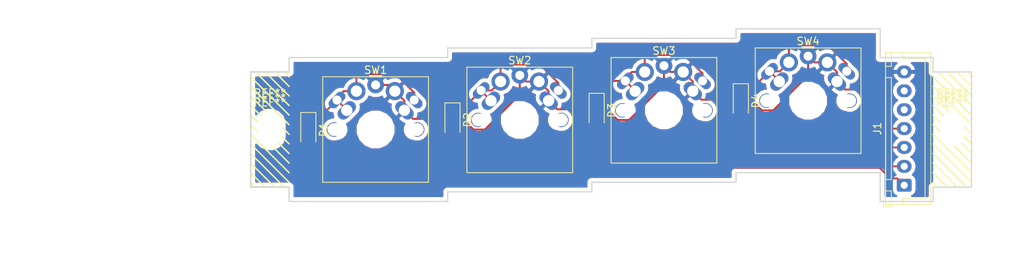
<source format=kicad_pcb>
(kicad_pcb (version 20171130) (host pcbnew 5.0.1)

  (general
    (thickness 1.6)
    (drawings 63)
    (tracks 106)
    (zones 0)
    (modules 15)
    (nets 12)
  )

  (page A4)
  (layers
    (0 F.Cu signal)
    (31 B.Cu signal)
    (32 B.Adhes user)
    (33 F.Adhes user)
    (34 B.Paste user)
    (35 F.Paste user)
    (36 B.SilkS user)
    (37 F.SilkS user)
    (38 B.Mask user)
    (39 F.Mask user)
    (40 Dwgs.User user)
    (41 Cmts.User user)
    (42 Eco1.User user)
    (43 Eco2.User user)
    (44 Edge.Cuts user)
    (45 Margin user)
    (46 B.CrtYd user)
    (47 F.CrtYd user)
    (48 B.Fab user)
    (49 F.Fab user)
  )

  (setup
    (last_trace_width 0.25)
    (trace_clearance 0.2)
    (zone_clearance 0.508)
    (zone_45_only no)
    (trace_min 0.2)
    (segment_width 0.2)
    (edge_width 0.15)
    (via_size 0.8)
    (via_drill 0.4)
    (via_min_size 0.4)
    (via_min_drill 0.3)
    (uvia_size 0.3)
    (uvia_drill 0.1)
    (uvias_allowed no)
    (uvia_min_size 0.2)
    (uvia_min_drill 0.1)
    (pcb_text_width 0.3)
    (pcb_text_size 1.5 1.5)
    (mod_edge_width 0.15)
    (mod_text_size 1 1)
    (mod_text_width 0.15)
    (pad_size 1.524 1.524)
    (pad_drill 0.762)
    (pad_to_mask_clearance 0.051)
    (solder_mask_min_width 0.25)
    (aux_axis_origin 0 0)
    (visible_elements FFFFFF7F)
    (pcbplotparams
      (layerselection 0x010f0_ffffffff)
      (usegerberextensions false)
      (usegerberattributes false)
      (usegerberadvancedattributes false)
      (creategerberjobfile false)
      (excludeedgelayer true)
      (linewidth 0.100000)
      (plotframeref false)
      (viasonmask false)
      (mode 1)
      (useauxorigin false)
      (hpglpennumber 1)
      (hpglpenspeed 20)
      (hpglpendiameter 15.000000)
      (psnegative false)
      (psa4output false)
      (plotreference true)
      (plotvalue true)
      (plotinvisibletext false)
      (padsonsilk false)
      (subtractmaskfromsilk false)
      (outputformat 1)
      (mirror false)
      (drillshape 0)
      (scaleselection 1)
      (outputdirectory "gerber/"))
  )

  (net 0 "")
  (net 1 /READ0)
  (net 2 "Net-(D1-Pad1)")
  (net 3 "Net-(D2-Pad1)")
  (net 4 /READ1)
  (net 5 "Net-(D3-Pad1)")
  (net 6 /READ2)
  (net 7 /READ3)
  (net 8 "Net-(D4-Pad1)")
  (net 9 /SELECT)
  (net 10 "Net-(J1-Pad5)")
  (net 11 "Net-(J1-Pad6)")

  (net_class Default "This is the default net class."
    (clearance 0.2)
    (trace_width 0.25)
    (via_dia 0.8)
    (via_drill 0.4)
    (uvia_dia 0.3)
    (uvia_drill 0.1)
    (add_net /READ0)
    (add_net /READ1)
    (add_net /READ2)
    (add_net /READ3)
    (add_net /SELECT)
    (add_net "Net-(D1-Pad1)")
    (add_net "Net-(D2-Pad1)")
    (add_net "Net-(D3-Pad1)")
    (add_net "Net-(D4-Pad1)")
    (add_net "Net-(J1-Pad5)")
    (add_net "Net-(J1-Pad6)")
  )

  (module Diode_SMD:D_SOD-123 (layer F.Cu) (tedit 58645DC7) (tstamp 5C7197E4)
    (at 104.14 66.04 270)
    (descr SOD-123)
    (tags SOD-123)
    (path /5C655B7D)
    (attr smd)
    (fp_text reference D1 (at 0 -2 270) (layer F.SilkS)
      (effects (font (size 1 1) (thickness 0.15)))
    )
    (fp_text value D (at 0 2.1 270) (layer F.Fab)
      (effects (font (size 1 1) (thickness 0.15)))
    )
    (fp_line (start -2.25 -1) (end 1.65 -1) (layer F.SilkS) (width 0.12))
    (fp_line (start -2.25 1) (end 1.65 1) (layer F.SilkS) (width 0.12))
    (fp_line (start -2.35 -1.15) (end -2.35 1.15) (layer F.CrtYd) (width 0.05))
    (fp_line (start 2.35 1.15) (end -2.35 1.15) (layer F.CrtYd) (width 0.05))
    (fp_line (start 2.35 -1.15) (end 2.35 1.15) (layer F.CrtYd) (width 0.05))
    (fp_line (start -2.35 -1.15) (end 2.35 -1.15) (layer F.CrtYd) (width 0.05))
    (fp_line (start -1.4 -0.9) (end 1.4 -0.9) (layer F.Fab) (width 0.1))
    (fp_line (start 1.4 -0.9) (end 1.4 0.9) (layer F.Fab) (width 0.1))
    (fp_line (start 1.4 0.9) (end -1.4 0.9) (layer F.Fab) (width 0.1))
    (fp_line (start -1.4 0.9) (end -1.4 -0.9) (layer F.Fab) (width 0.1))
    (fp_line (start -0.75 0) (end -0.35 0) (layer F.Fab) (width 0.1))
    (fp_line (start -0.35 0) (end -0.35 -0.55) (layer F.Fab) (width 0.1))
    (fp_line (start -0.35 0) (end -0.35 0.55) (layer F.Fab) (width 0.1))
    (fp_line (start -0.35 0) (end 0.25 -0.4) (layer F.Fab) (width 0.1))
    (fp_line (start 0.25 -0.4) (end 0.25 0.4) (layer F.Fab) (width 0.1))
    (fp_line (start 0.25 0.4) (end -0.35 0) (layer F.Fab) (width 0.1))
    (fp_line (start 0.25 0) (end 0.75 0) (layer F.Fab) (width 0.1))
    (fp_line (start -2.25 -1) (end -2.25 1) (layer F.SilkS) (width 0.12))
    (fp_text user %R (at 0 -2 270) (layer F.Fab)
      (effects (font (size 1 1) (thickness 0.15)))
    )
    (pad 2 smd rect (at 1.65 0 270) (size 0.9 1.2) (layers F.Cu F.Paste F.Mask)
      (net 1 /READ0))
    (pad 1 smd rect (at -1.65 0 270) (size 0.9 1.2) (layers F.Cu F.Paste F.Mask)
      (net 2 "Net-(D1-Pad1)"))
    (model ${KISYS3DMOD}/Diode_SMD.3dshapes/D_SOD-123.wrl
      (at (xyz 0 0 0))
      (scale (xyz 1 1 1))
      (rotate (xyz 0 0 0))
    )
  )

  (module Diode_SMD:D_SOD-123 (layer F.Cu) (tedit 58645DC7) (tstamp 5C7197FD)
    (at 123.19 64.77 270)
    (descr SOD-123)
    (tags SOD-123)
    (path /5C655A7E)
    (attr smd)
    (fp_text reference D2 (at 0 -2 270) (layer F.SilkS)
      (effects (font (size 1 1) (thickness 0.15)))
    )
    (fp_text value D (at 0 2.1 270) (layer F.Fab)
      (effects (font (size 1 1) (thickness 0.15)))
    )
    (fp_text user %R (at 0 -2 270) (layer F.Fab)
      (effects (font (size 1 1) (thickness 0.15)))
    )
    (fp_line (start -2.25 -1) (end -2.25 1) (layer F.SilkS) (width 0.12))
    (fp_line (start 0.25 0) (end 0.75 0) (layer F.Fab) (width 0.1))
    (fp_line (start 0.25 0.4) (end -0.35 0) (layer F.Fab) (width 0.1))
    (fp_line (start 0.25 -0.4) (end 0.25 0.4) (layer F.Fab) (width 0.1))
    (fp_line (start -0.35 0) (end 0.25 -0.4) (layer F.Fab) (width 0.1))
    (fp_line (start -0.35 0) (end -0.35 0.55) (layer F.Fab) (width 0.1))
    (fp_line (start -0.35 0) (end -0.35 -0.55) (layer F.Fab) (width 0.1))
    (fp_line (start -0.75 0) (end -0.35 0) (layer F.Fab) (width 0.1))
    (fp_line (start -1.4 0.9) (end -1.4 -0.9) (layer F.Fab) (width 0.1))
    (fp_line (start 1.4 0.9) (end -1.4 0.9) (layer F.Fab) (width 0.1))
    (fp_line (start 1.4 -0.9) (end 1.4 0.9) (layer F.Fab) (width 0.1))
    (fp_line (start -1.4 -0.9) (end 1.4 -0.9) (layer F.Fab) (width 0.1))
    (fp_line (start -2.35 -1.15) (end 2.35 -1.15) (layer F.CrtYd) (width 0.05))
    (fp_line (start 2.35 -1.15) (end 2.35 1.15) (layer F.CrtYd) (width 0.05))
    (fp_line (start 2.35 1.15) (end -2.35 1.15) (layer F.CrtYd) (width 0.05))
    (fp_line (start -2.35 -1.15) (end -2.35 1.15) (layer F.CrtYd) (width 0.05))
    (fp_line (start -2.25 1) (end 1.65 1) (layer F.SilkS) (width 0.12))
    (fp_line (start -2.25 -1) (end 1.65 -1) (layer F.SilkS) (width 0.12))
    (pad 1 smd rect (at -1.65 0 270) (size 0.9 1.2) (layers F.Cu F.Paste F.Mask)
      (net 3 "Net-(D2-Pad1)"))
    (pad 2 smd rect (at 1.65 0 270) (size 0.9 1.2) (layers F.Cu F.Paste F.Mask)
      (net 4 /READ1))
    (model ${KISYS3DMOD}/Diode_SMD.3dshapes/D_SOD-123.wrl
      (at (xyz 0 0 0))
      (scale (xyz 1 1 1))
      (rotate (xyz 0 0 0))
    )
  )

  (module Diode_SMD:D_SOD-123 (layer F.Cu) (tedit 58645DC7) (tstamp 5C719816)
    (at 142.24 63.5 270)
    (descr SOD-123)
    (tags SOD-123)
    (path /5C655CE4)
    (attr smd)
    (fp_text reference D3 (at 0 -2 270) (layer F.SilkS)
      (effects (font (size 1 1) (thickness 0.15)))
    )
    (fp_text value D (at 0 2.1 270) (layer F.Fab)
      (effects (font (size 1 1) (thickness 0.15)))
    )
    (fp_text user %R (at 0 -2 270) (layer F.Fab)
      (effects (font (size 1 1) (thickness 0.15)))
    )
    (fp_line (start -2.25 -1) (end -2.25 1) (layer F.SilkS) (width 0.12))
    (fp_line (start 0.25 0) (end 0.75 0) (layer F.Fab) (width 0.1))
    (fp_line (start 0.25 0.4) (end -0.35 0) (layer F.Fab) (width 0.1))
    (fp_line (start 0.25 -0.4) (end 0.25 0.4) (layer F.Fab) (width 0.1))
    (fp_line (start -0.35 0) (end 0.25 -0.4) (layer F.Fab) (width 0.1))
    (fp_line (start -0.35 0) (end -0.35 0.55) (layer F.Fab) (width 0.1))
    (fp_line (start -0.35 0) (end -0.35 -0.55) (layer F.Fab) (width 0.1))
    (fp_line (start -0.75 0) (end -0.35 0) (layer F.Fab) (width 0.1))
    (fp_line (start -1.4 0.9) (end -1.4 -0.9) (layer F.Fab) (width 0.1))
    (fp_line (start 1.4 0.9) (end -1.4 0.9) (layer F.Fab) (width 0.1))
    (fp_line (start 1.4 -0.9) (end 1.4 0.9) (layer F.Fab) (width 0.1))
    (fp_line (start -1.4 -0.9) (end 1.4 -0.9) (layer F.Fab) (width 0.1))
    (fp_line (start -2.35 -1.15) (end 2.35 -1.15) (layer F.CrtYd) (width 0.05))
    (fp_line (start 2.35 -1.15) (end 2.35 1.15) (layer F.CrtYd) (width 0.05))
    (fp_line (start 2.35 1.15) (end -2.35 1.15) (layer F.CrtYd) (width 0.05))
    (fp_line (start -2.35 -1.15) (end -2.35 1.15) (layer F.CrtYd) (width 0.05))
    (fp_line (start -2.25 1) (end 1.65 1) (layer F.SilkS) (width 0.12))
    (fp_line (start -2.25 -1) (end 1.65 -1) (layer F.SilkS) (width 0.12))
    (pad 1 smd rect (at -1.65 0 270) (size 0.9 1.2) (layers F.Cu F.Paste F.Mask)
      (net 5 "Net-(D3-Pad1)"))
    (pad 2 smd rect (at 1.65 0 270) (size 0.9 1.2) (layers F.Cu F.Paste F.Mask)
      (net 6 /READ2))
    (model ${KISYS3DMOD}/Diode_SMD.3dshapes/D_SOD-123.wrl
      (at (xyz 0 0 0))
      (scale (xyz 1 1 1))
      (rotate (xyz 0 0 0))
    )
  )

  (module Diode_SMD:D_SOD-123 (layer F.Cu) (tedit 58645DC7) (tstamp 5C71982F)
    (at 161.29 62.23 270)
    (descr SOD-123)
    (tags SOD-123)
    (path /5C655DC6)
    (attr smd)
    (fp_text reference D4 (at 0 -2 270) (layer F.SilkS)
      (effects (font (size 1 1) (thickness 0.15)))
    )
    (fp_text value D (at 0 2.1 270) (layer F.Fab)
      (effects (font (size 1 1) (thickness 0.15)))
    )
    (fp_line (start -2.25 -1) (end 1.65 -1) (layer F.SilkS) (width 0.12))
    (fp_line (start -2.25 1) (end 1.65 1) (layer F.SilkS) (width 0.12))
    (fp_line (start -2.35 -1.15) (end -2.35 1.15) (layer F.CrtYd) (width 0.05))
    (fp_line (start 2.35 1.15) (end -2.35 1.15) (layer F.CrtYd) (width 0.05))
    (fp_line (start 2.35 -1.15) (end 2.35 1.15) (layer F.CrtYd) (width 0.05))
    (fp_line (start -2.35 -1.15) (end 2.35 -1.15) (layer F.CrtYd) (width 0.05))
    (fp_line (start -1.4 -0.9) (end 1.4 -0.9) (layer F.Fab) (width 0.1))
    (fp_line (start 1.4 -0.9) (end 1.4 0.9) (layer F.Fab) (width 0.1))
    (fp_line (start 1.4 0.9) (end -1.4 0.9) (layer F.Fab) (width 0.1))
    (fp_line (start -1.4 0.9) (end -1.4 -0.9) (layer F.Fab) (width 0.1))
    (fp_line (start -0.75 0) (end -0.35 0) (layer F.Fab) (width 0.1))
    (fp_line (start -0.35 0) (end -0.35 -0.55) (layer F.Fab) (width 0.1))
    (fp_line (start -0.35 0) (end -0.35 0.55) (layer F.Fab) (width 0.1))
    (fp_line (start -0.35 0) (end 0.25 -0.4) (layer F.Fab) (width 0.1))
    (fp_line (start 0.25 -0.4) (end 0.25 0.4) (layer F.Fab) (width 0.1))
    (fp_line (start 0.25 0.4) (end -0.35 0) (layer F.Fab) (width 0.1))
    (fp_line (start 0.25 0) (end 0.75 0) (layer F.Fab) (width 0.1))
    (fp_line (start -2.25 -1) (end -2.25 1) (layer F.SilkS) (width 0.12))
    (fp_text user %R (at 0 -2 270) (layer F.Fab)
      (effects (font (size 1 1) (thickness 0.15)))
    )
    (pad 2 smd rect (at 1.65 0 270) (size 0.9 1.2) (layers F.Cu F.Paste F.Mask)
      (net 7 /READ3))
    (pad 1 smd rect (at -1.65 0 270) (size 0.9 1.2) (layers F.Cu F.Paste F.Mask)
      (net 8 "Net-(D4-Pad1)"))
    (model ${KISYS3DMOD}/Diode_SMD.3dshapes/D_SOD-123.wrl
      (at (xyz 0 0 0))
      (scale (xyz 1 1 1))
      (rotate (xyz 0 0 0))
    )
  )

  (module Connector_JST:JST_XH_B07B-XH-A_1x07_P2.50mm_Vertical (layer F.Cu) (tedit 5B7754C5) (tstamp 5C691BFC)
    (at 182.88 73.42 90)
    (descr "JST XH series connector, B07B-XH-A (http://www.jst-mfg.com/product/pdf/eng/eXH.pdf), generated with kicad-footprint-generator")
    (tags "connector JST XH side entry")
    (path /5C656E3F)
    (fp_text reference J1 (at 7.5 -3.55 90) (layer F.SilkS)
      (effects (font (size 1 1) (thickness 0.15)))
    )
    (fp_text value INTERFACE (at 7.5 4.6 90) (layer F.Fab)
      (effects (font (size 1 1) (thickness 0.15)))
    )
    (fp_line (start -2.45 -2.35) (end -2.45 3.4) (layer F.Fab) (width 0.1))
    (fp_line (start -2.45 3.4) (end 17.45 3.4) (layer F.Fab) (width 0.1))
    (fp_line (start 17.45 3.4) (end 17.45 -2.35) (layer F.Fab) (width 0.1))
    (fp_line (start 17.45 -2.35) (end -2.45 -2.35) (layer F.Fab) (width 0.1))
    (fp_line (start -2.56 -2.46) (end -2.56 3.51) (layer F.SilkS) (width 0.12))
    (fp_line (start -2.56 3.51) (end 17.56 3.51) (layer F.SilkS) (width 0.12))
    (fp_line (start 17.56 3.51) (end 17.56 -2.46) (layer F.SilkS) (width 0.12))
    (fp_line (start 17.56 -2.46) (end -2.56 -2.46) (layer F.SilkS) (width 0.12))
    (fp_line (start -2.95 -2.85) (end -2.95 3.9) (layer F.CrtYd) (width 0.05))
    (fp_line (start -2.95 3.9) (end 17.95 3.9) (layer F.CrtYd) (width 0.05))
    (fp_line (start 17.95 3.9) (end 17.95 -2.85) (layer F.CrtYd) (width 0.05))
    (fp_line (start 17.95 -2.85) (end -2.95 -2.85) (layer F.CrtYd) (width 0.05))
    (fp_line (start -0.625 -2.35) (end 0 -1.35) (layer F.Fab) (width 0.1))
    (fp_line (start 0 -1.35) (end 0.625 -2.35) (layer F.Fab) (width 0.1))
    (fp_line (start 0.75 -2.45) (end 0.75 -1.7) (layer F.SilkS) (width 0.12))
    (fp_line (start 0.75 -1.7) (end 14.25 -1.7) (layer F.SilkS) (width 0.12))
    (fp_line (start 14.25 -1.7) (end 14.25 -2.45) (layer F.SilkS) (width 0.12))
    (fp_line (start 14.25 -2.45) (end 0.75 -2.45) (layer F.SilkS) (width 0.12))
    (fp_line (start -2.55 -2.45) (end -2.55 -1.7) (layer F.SilkS) (width 0.12))
    (fp_line (start -2.55 -1.7) (end -0.75 -1.7) (layer F.SilkS) (width 0.12))
    (fp_line (start -0.75 -1.7) (end -0.75 -2.45) (layer F.SilkS) (width 0.12))
    (fp_line (start -0.75 -2.45) (end -2.55 -2.45) (layer F.SilkS) (width 0.12))
    (fp_line (start 15.75 -2.45) (end 15.75 -1.7) (layer F.SilkS) (width 0.12))
    (fp_line (start 15.75 -1.7) (end 17.55 -1.7) (layer F.SilkS) (width 0.12))
    (fp_line (start 17.55 -1.7) (end 17.55 -2.45) (layer F.SilkS) (width 0.12))
    (fp_line (start 17.55 -2.45) (end 15.75 -2.45) (layer F.SilkS) (width 0.12))
    (fp_line (start -2.55 -0.2) (end -1.8 -0.2) (layer F.SilkS) (width 0.12))
    (fp_line (start -1.8 -0.2) (end -1.8 2.75) (layer F.SilkS) (width 0.12))
    (fp_line (start -1.8 2.75) (end 7.5 2.75) (layer F.SilkS) (width 0.12))
    (fp_line (start 17.55 -0.2) (end 16.8 -0.2) (layer F.SilkS) (width 0.12))
    (fp_line (start 16.8 -0.2) (end 16.8 2.75) (layer F.SilkS) (width 0.12))
    (fp_line (start 16.8 2.75) (end 7.5 2.75) (layer F.SilkS) (width 0.12))
    (fp_line (start -1.6 -2.75) (end -2.85 -2.75) (layer F.SilkS) (width 0.12))
    (fp_line (start -2.85 -2.75) (end -2.85 -1.5) (layer F.SilkS) (width 0.12))
    (fp_text user %R (at 7.5 2.7 90) (layer F.Fab)
      (effects (font (size 1 1) (thickness 0.15)))
    )
    (pad 1 thru_hole roundrect (at 0 0 90) (size 1.7 1.95) (drill 0.95) (layers *.Cu *.Mask) (roundrect_rratio 0.147059)
      (net 1 /READ0))
    (pad 2 thru_hole oval (at 2.5 0 90) (size 1.7 1.95) (drill 0.95) (layers *.Cu *.Mask)
      (net 4 /READ1))
    (pad 3 thru_hole oval (at 5 0 90) (size 1.7 1.95) (drill 0.95) (layers *.Cu *.Mask)
      (net 6 /READ2))
    (pad 4 thru_hole oval (at 7.5 0 90) (size 1.7 1.95) (drill 0.95) (layers *.Cu *.Mask)
      (net 7 /READ3))
    (pad 5 thru_hole oval (at 10 0 90) (size 1.7 1.95) (drill 0.95) (layers *.Cu *.Mask)
      (net 10 "Net-(J1-Pad5)"))
    (pad 6 thru_hole oval (at 12.5 0 90) (size 1.7 1.95) (drill 0.95) (layers *.Cu *.Mask)
      (net 11 "Net-(J1-Pad6)"))
    (pad 7 thru_hole oval (at 15 0 90) (size 1.7 1.95) (drill 0.95) (layers *.Cu *.Mask)
      (net 9 /SELECT))
    (model ${KISYS3DMOD}/Connector_JST.3dshapes/JST_XH_B07B-XH-A_1x07_P2.50mm_Vertical.wrl
      (at (xyz 0 0 0))
      (scale (xyz 1 1 1))
      (rotate (xyz 0 0 0))
    )
  )

  (module folivora:SW_Cherry_MX1A_1.00u_PCB (layer F.Cu) (tedit 5C66562E) (tstamp 5CB36E3D)
    (at 113.03 66.04)
    (descr "Cherry MX keyswitch, MX1A, 1.00u, PCB mount, http://cherryamericas.com/wp-content/uploads/2014/12/mx_cat.pdf")
    (tags "cherry mx keyswitch MX1A 1.00u PCB")
    (path /5C65585C)
    (fp_text reference SW1 (at 0 -7.874) (layer F.SilkS)
      (effects (font (size 1 1) (thickness 0.15)))
    )
    (fp_text value K0 (at 0 7.874) (layer F.Fab)
      (effects (font (size 1 1) (thickness 0.15)))
    )
    (fp_line (start -6.985 6.985) (end -6.985 -6.985) (layer F.SilkS) (width 0.12))
    (fp_line (start 6.985 6.985) (end -6.985 6.985) (layer F.SilkS) (width 0.12))
    (fp_line (start 6.985 -6.985) (end 6.985 6.985) (layer F.SilkS) (width 0.12))
    (fp_line (start -6.985 -6.985) (end 6.985 -6.985) (layer F.SilkS) (width 0.12))
    (fp_line (start -9.525 9.525) (end -9.525 -9.525) (layer Dwgs.User) (width 0.15))
    (fp_line (start 9.525 9.525) (end -9.525 9.525) (layer Dwgs.User) (width 0.15))
    (fp_line (start 9.525 -9.525) (end 9.525 9.525) (layer Dwgs.User) (width 0.15))
    (fp_line (start -9.525 -9.525) (end 9.525 -9.525) (layer Dwgs.User) (width 0.15))
    (fp_line (start -6.6 -6.6) (end 6.6 -6.6) (layer F.CrtYd) (width 0.05))
    (fp_line (start 6.6 -6.6) (end 6.6 6.6) (layer F.CrtYd) (width 0.05))
    (fp_line (start 6.6 6.6) (end -6.6 6.6) (layer F.CrtYd) (width 0.05))
    (fp_line (start -6.6 6.6) (end -6.6 -6.6) (layer F.CrtYd) (width 0.05))
    (fp_line (start -6.35 6.35) (end -6.35 -6.35) (layer F.Fab) (width 0.15))
    (fp_line (start 6.35 6.35) (end -6.35 6.35) (layer F.Fab) (width 0.15))
    (fp_line (start 6.35 -6.35) (end 6.35 6.35) (layer F.Fab) (width 0.15))
    (fp_line (start -6.35 -6.35) (end 6.35 -6.35) (layer F.Fab) (width 0.15))
    (fp_text user %R (at 0 -7.874) (layer F.Fab)
      (effects (font (size 1 1) (thickness 0.15)))
    )
    (pad 1 thru_hole oval (at 5.1 -3.9 45) (size 1.25 2.6) (drill 1.2) (layers *.Cu *.Mask)
      (net 2 "Net-(D1-Pad1)"))
    (pad 1 thru_hole oval (at -5.1 -3.9 315) (size 1.25 2.6) (drill 1.2) (layers *.Cu *.Mask)
      (net 2 "Net-(D1-Pad1)"))
    (pad "" np_thru_hole circle (at 5.5 0) (size 1.9 1.9) (drill 1.7) (layers *.Cu *.Mask))
    (pad "" np_thru_hole circle (at -5.5 0) (size 1.9 1.9) (drill 1.7) (layers *.Cu *.Mask))
    (pad 2 thru_hole circle (at 0 -5.9) (size 2.2 2.2) (drill 1.2) (layers *.Cu *.Mask)
      (net 9 /SELECT))
    (pad 2 thru_hole oval (at 3.81 -2.54 45) (size 1.55 2.8) (drill 1.5) (layers *.Cu *.Mask)
      (net 9 /SELECT))
    (pad 1 thru_hole circle (at -2.54 -5.08) (size 2.4 2.4) (drill 1.5) (layers *.Cu *.Mask)
      (net 2 "Net-(D1-Pad1)"))
    (pad "" np_thru_hole circle (at 5.08 0) (size 1.7 1.7) (drill 1.7) (layers *.Cu *.Mask))
    (pad "" np_thru_hole circle (at -5.08 0) (size 1.7 1.7) (drill 1.7) (layers *.Cu *.Mask))
    (pad "" np_thru_hole circle (at 0 0) (size 4 4) (drill 4) (layers *.Cu *.Mask))
    (pad 1 thru_hole oval (at -3.81 -2.54 315) (size 1.55 2.8) (drill 1.5) (layers *.Cu *.Mask)
      (net 2 "Net-(D1-Pad1)"))
    (pad 2 thru_hole circle (at 2.54 -5.08) (size 2.4 2.4) (drill 1.5) (layers *.Cu *.Mask)
      (net 9 /SELECT))
    (model ${KISYS3DMOD}/Button_Switch_Keyboard.3dshapes/SW_Cherry_MX1A_1.00u_PCB.wrl
      (at (xyz 0 0 0))
      (scale (xyz 1 1 1))
      (rotate (xyz 0 0 0))
    )
  )

  (module folivora:SW_Cherry_MX1A_1.00u_PCB (layer F.Cu) (tedit 5C66562E) (tstamp 5CB36BF6)
    (at 132.08 64.77)
    (descr "Cherry MX keyswitch, MX1A, 1.00u, PCB mount, http://cherryamericas.com/wp-content/uploads/2014/12/mx_cat.pdf")
    (tags "cherry mx keyswitch MX1A 1.00u PCB")
    (path /5C655737)
    (fp_text reference SW2 (at 0 -7.874) (layer F.SilkS)
      (effects (font (size 1 1) (thickness 0.15)))
    )
    (fp_text value K1 (at 0 7.874) (layer F.Fab)
      (effects (font (size 1 1) (thickness 0.15)))
    )
    (fp_line (start -6.985 6.985) (end -6.985 -6.985) (layer F.SilkS) (width 0.12))
    (fp_line (start 6.985 6.985) (end -6.985 6.985) (layer F.SilkS) (width 0.12))
    (fp_line (start 6.985 -6.985) (end 6.985 6.985) (layer F.SilkS) (width 0.12))
    (fp_line (start -6.985 -6.985) (end 6.985 -6.985) (layer F.SilkS) (width 0.12))
    (fp_line (start -9.525 9.525) (end -9.525 -9.525) (layer Dwgs.User) (width 0.15))
    (fp_line (start 9.525 9.525) (end -9.525 9.525) (layer Dwgs.User) (width 0.15))
    (fp_line (start 9.525 -9.525) (end 9.525 9.525) (layer Dwgs.User) (width 0.15))
    (fp_line (start -9.525 -9.525) (end 9.525 -9.525) (layer Dwgs.User) (width 0.15))
    (fp_line (start -6.6 -6.6) (end 6.6 -6.6) (layer F.CrtYd) (width 0.05))
    (fp_line (start 6.6 -6.6) (end 6.6 6.6) (layer F.CrtYd) (width 0.05))
    (fp_line (start 6.6 6.6) (end -6.6 6.6) (layer F.CrtYd) (width 0.05))
    (fp_line (start -6.6 6.6) (end -6.6 -6.6) (layer F.CrtYd) (width 0.05))
    (fp_line (start -6.35 6.35) (end -6.35 -6.35) (layer F.Fab) (width 0.15))
    (fp_line (start 6.35 6.35) (end -6.35 6.35) (layer F.Fab) (width 0.15))
    (fp_line (start 6.35 -6.35) (end 6.35 6.35) (layer F.Fab) (width 0.15))
    (fp_line (start -6.35 -6.35) (end 6.35 -6.35) (layer F.Fab) (width 0.15))
    (fp_text user %R (at 0 -7.874) (layer F.Fab)
      (effects (font (size 1 1) (thickness 0.15)))
    )
    (pad 1 thru_hole oval (at 5.1 -3.9 45) (size 1.25 2.6) (drill 1.2) (layers *.Cu *.Mask)
      (net 3 "Net-(D2-Pad1)"))
    (pad 1 thru_hole oval (at -5.1 -3.9 315) (size 1.25 2.6) (drill 1.2) (layers *.Cu *.Mask)
      (net 3 "Net-(D2-Pad1)"))
    (pad "" np_thru_hole circle (at 5.5 0) (size 1.9 1.9) (drill 1.7) (layers *.Cu *.Mask))
    (pad "" np_thru_hole circle (at -5.5 0) (size 1.9 1.9) (drill 1.7) (layers *.Cu *.Mask))
    (pad 2 thru_hole circle (at 0 -5.9) (size 2.2 2.2) (drill 1.2) (layers *.Cu *.Mask)
      (net 9 /SELECT))
    (pad 2 thru_hole oval (at 3.81 -2.54 45) (size 1.55 2.8) (drill 1.5) (layers *.Cu *.Mask)
      (net 9 /SELECT))
    (pad 1 thru_hole circle (at -2.54 -5.08) (size 2.4 2.4) (drill 1.5) (layers *.Cu *.Mask)
      (net 3 "Net-(D2-Pad1)"))
    (pad "" np_thru_hole circle (at 5.08 0) (size 1.7 1.7) (drill 1.7) (layers *.Cu *.Mask))
    (pad "" np_thru_hole circle (at -5.08 0) (size 1.7 1.7) (drill 1.7) (layers *.Cu *.Mask))
    (pad "" np_thru_hole circle (at 0 0) (size 4 4) (drill 4) (layers *.Cu *.Mask))
    (pad 1 thru_hole oval (at -3.81 -2.54 315) (size 1.55 2.8) (drill 1.5) (layers *.Cu *.Mask)
      (net 3 "Net-(D2-Pad1)"))
    (pad 2 thru_hole circle (at 2.54 -5.08) (size 2.4 2.4) (drill 1.5) (layers *.Cu *.Mask)
      (net 9 /SELECT))
    (model ${KISYS3DMOD}/Button_Switch_Keyboard.3dshapes/SW_Cherry_MX1A_1.00u_PCB.wrl
      (at (xyz 0 0 0))
      (scale (xyz 1 1 1))
      (rotate (xyz 0 0 0))
    )
  )

  (module folivora:SW_Cherry_MX1A_1.00u_PCB (layer F.Cu) (tedit 5C66562E) (tstamp 5CB36C17)
    (at 151.13 63.5)
    (descr "Cherry MX keyswitch, MX1A, 1.00u, PCB mount, http://cherryamericas.com/wp-content/uploads/2014/12/mx_cat.pdf")
    (tags "cherry mx keyswitch MX1A 1.00u PCB")
    (path /5C6557BF)
    (fp_text reference SW3 (at 0 -7.874) (layer F.SilkS)
      (effects (font (size 1 1) (thickness 0.15)))
    )
    (fp_text value K2 (at 0 7.874) (layer F.Fab)
      (effects (font (size 1 1) (thickness 0.15)))
    )
    (fp_text user %R (at 0 -7.874) (layer F.Fab)
      (effects (font (size 1 1) (thickness 0.15)))
    )
    (fp_line (start -6.35 -6.35) (end 6.35 -6.35) (layer F.Fab) (width 0.15))
    (fp_line (start 6.35 -6.35) (end 6.35 6.35) (layer F.Fab) (width 0.15))
    (fp_line (start 6.35 6.35) (end -6.35 6.35) (layer F.Fab) (width 0.15))
    (fp_line (start -6.35 6.35) (end -6.35 -6.35) (layer F.Fab) (width 0.15))
    (fp_line (start -6.6 6.6) (end -6.6 -6.6) (layer F.CrtYd) (width 0.05))
    (fp_line (start 6.6 6.6) (end -6.6 6.6) (layer F.CrtYd) (width 0.05))
    (fp_line (start 6.6 -6.6) (end 6.6 6.6) (layer F.CrtYd) (width 0.05))
    (fp_line (start -6.6 -6.6) (end 6.6 -6.6) (layer F.CrtYd) (width 0.05))
    (fp_line (start -9.525 -9.525) (end 9.525 -9.525) (layer Dwgs.User) (width 0.15))
    (fp_line (start 9.525 -9.525) (end 9.525 9.525) (layer Dwgs.User) (width 0.15))
    (fp_line (start 9.525 9.525) (end -9.525 9.525) (layer Dwgs.User) (width 0.15))
    (fp_line (start -9.525 9.525) (end -9.525 -9.525) (layer Dwgs.User) (width 0.15))
    (fp_line (start -6.985 -6.985) (end 6.985 -6.985) (layer F.SilkS) (width 0.12))
    (fp_line (start 6.985 -6.985) (end 6.985 6.985) (layer F.SilkS) (width 0.12))
    (fp_line (start 6.985 6.985) (end -6.985 6.985) (layer F.SilkS) (width 0.12))
    (fp_line (start -6.985 6.985) (end -6.985 -6.985) (layer F.SilkS) (width 0.12))
    (pad 2 thru_hole circle (at 2.54 -5.08) (size 2.4 2.4) (drill 1.5) (layers *.Cu *.Mask)
      (net 9 /SELECT))
    (pad 1 thru_hole oval (at -3.81 -2.54 315) (size 1.55 2.8) (drill 1.5) (layers *.Cu *.Mask)
      (net 5 "Net-(D3-Pad1)"))
    (pad "" np_thru_hole circle (at 0 0) (size 4 4) (drill 4) (layers *.Cu *.Mask))
    (pad "" np_thru_hole circle (at -5.08 0) (size 1.7 1.7) (drill 1.7) (layers *.Cu *.Mask))
    (pad "" np_thru_hole circle (at 5.08 0) (size 1.7 1.7) (drill 1.7) (layers *.Cu *.Mask))
    (pad 1 thru_hole circle (at -2.54 -5.08) (size 2.4 2.4) (drill 1.5) (layers *.Cu *.Mask)
      (net 5 "Net-(D3-Pad1)"))
    (pad 2 thru_hole oval (at 3.81 -2.54 45) (size 1.55 2.8) (drill 1.5) (layers *.Cu *.Mask)
      (net 9 /SELECT))
    (pad 2 thru_hole circle (at 0 -5.9) (size 2.2 2.2) (drill 1.2) (layers *.Cu *.Mask)
      (net 9 /SELECT))
    (pad "" np_thru_hole circle (at -5.5 0) (size 1.9 1.9) (drill 1.7) (layers *.Cu *.Mask))
    (pad "" np_thru_hole circle (at 5.5 0) (size 1.9 1.9) (drill 1.7) (layers *.Cu *.Mask))
    (pad 1 thru_hole oval (at -5.1 -3.9 315) (size 1.25 2.6) (drill 1.2) (layers *.Cu *.Mask)
      (net 5 "Net-(D3-Pad1)"))
    (pad 1 thru_hole oval (at 5.1 -3.9 45) (size 1.25 2.6) (drill 1.2) (layers *.Cu *.Mask)
      (net 5 "Net-(D3-Pad1)"))
    (model ${KISYS3DMOD}/Button_Switch_Keyboard.3dshapes/SW_Cherry_MX1A_1.00u_PCB.wrl
      (at (xyz 0 0 0))
      (scale (xyz 1 1 1))
      (rotate (xyz 0 0 0))
    )
  )

  (module folivora:SW_Cherry_MX1A_1.00u_PCB (layer F.Cu) (tedit 5C66562E) (tstamp 5CB36C38)
    (at 170.18 62.23)
    (descr "Cherry MX keyswitch, MX1A, 1.00u, PCB mount, http://cherryamericas.com/wp-content/uploads/2014/12/mx_cat.pdf")
    (tags "cherry mx keyswitch MX1A 1.00u PCB")
    (path /5C6559A1)
    (fp_text reference SW4 (at 0 -7.874) (layer F.SilkS)
      (effects (font (size 1 1) (thickness 0.15)))
    )
    (fp_text value K3 (at 0 7.874) (layer F.Fab)
      (effects (font (size 1 1) (thickness 0.15)))
    )
    (fp_text user %R (at 0 -7.874) (layer F.Fab)
      (effects (font (size 1 1) (thickness 0.15)))
    )
    (fp_line (start -6.35 -6.35) (end 6.35 -6.35) (layer F.Fab) (width 0.15))
    (fp_line (start 6.35 -6.35) (end 6.35 6.35) (layer F.Fab) (width 0.15))
    (fp_line (start 6.35 6.35) (end -6.35 6.35) (layer F.Fab) (width 0.15))
    (fp_line (start -6.35 6.35) (end -6.35 -6.35) (layer F.Fab) (width 0.15))
    (fp_line (start -6.6 6.6) (end -6.6 -6.6) (layer F.CrtYd) (width 0.05))
    (fp_line (start 6.6 6.6) (end -6.6 6.6) (layer F.CrtYd) (width 0.05))
    (fp_line (start 6.6 -6.6) (end 6.6 6.6) (layer F.CrtYd) (width 0.05))
    (fp_line (start -6.6 -6.6) (end 6.6 -6.6) (layer F.CrtYd) (width 0.05))
    (fp_line (start -9.525 -9.525) (end 9.525 -9.525) (layer Dwgs.User) (width 0.15))
    (fp_line (start 9.525 -9.525) (end 9.525 9.525) (layer Dwgs.User) (width 0.15))
    (fp_line (start 9.525 9.525) (end -9.525 9.525) (layer Dwgs.User) (width 0.15))
    (fp_line (start -9.525 9.525) (end -9.525 -9.525) (layer Dwgs.User) (width 0.15))
    (fp_line (start -6.985 -6.985) (end 6.985 -6.985) (layer F.SilkS) (width 0.12))
    (fp_line (start 6.985 -6.985) (end 6.985 6.985) (layer F.SilkS) (width 0.12))
    (fp_line (start 6.985 6.985) (end -6.985 6.985) (layer F.SilkS) (width 0.12))
    (fp_line (start -6.985 6.985) (end -6.985 -6.985) (layer F.SilkS) (width 0.12))
    (pad 2 thru_hole circle (at 2.54 -5.08) (size 2.4 2.4) (drill 1.5) (layers *.Cu *.Mask)
      (net 9 /SELECT))
    (pad 1 thru_hole oval (at -3.81 -2.54 315) (size 1.55 2.8) (drill 1.5) (layers *.Cu *.Mask)
      (net 8 "Net-(D4-Pad1)"))
    (pad "" np_thru_hole circle (at 0 0) (size 4 4) (drill 4) (layers *.Cu *.Mask))
    (pad "" np_thru_hole circle (at -5.08 0) (size 1.7 1.7) (drill 1.7) (layers *.Cu *.Mask))
    (pad "" np_thru_hole circle (at 5.08 0) (size 1.7 1.7) (drill 1.7) (layers *.Cu *.Mask))
    (pad 1 thru_hole circle (at -2.54 -5.08) (size 2.4 2.4) (drill 1.5) (layers *.Cu *.Mask)
      (net 8 "Net-(D4-Pad1)"))
    (pad 2 thru_hole oval (at 3.81 -2.54 45) (size 1.55 2.8) (drill 1.5) (layers *.Cu *.Mask)
      (net 9 /SELECT))
    (pad 2 thru_hole circle (at 0 -5.9) (size 2.2 2.2) (drill 1.2) (layers *.Cu *.Mask)
      (net 9 /SELECT))
    (pad "" np_thru_hole circle (at -5.5 0) (size 1.9 1.9) (drill 1.7) (layers *.Cu *.Mask))
    (pad "" np_thru_hole circle (at 5.5 0) (size 1.9 1.9) (drill 1.7) (layers *.Cu *.Mask))
    (pad 1 thru_hole oval (at -5.1 -3.9 315) (size 1.25 2.6) (drill 1.2) (layers *.Cu *.Mask)
      (net 8 "Net-(D4-Pad1)"))
    (pad 1 thru_hole oval (at 5.1 -3.9 45) (size 1.25 2.6) (drill 1.2) (layers *.Cu *.Mask)
      (net 8 "Net-(D4-Pad1)"))
    (model ${KISYS3DMOD}/Button_Switch_Keyboard.3dshapes/SW_Cherry_MX1A_1.00u_PCB.wrl
      (at (xyz 0 0 0))
      (scale (xyz 1 1 1))
      (rotate (xyz 0 0 0))
    )
  )

  (module MountingHole:MountingHole_3.2mm_M3 (layer F.Cu) (tedit 56D1B4CB) (tstamp 5C685C90)
    (at 99.06 66.04)
    (descr "Mounting Hole 3.2mm, no annular, M3")
    (tags "mounting hole 3.2mm no annular m3")
    (attr virtual)
    (fp_text reference REF** (at 0 -4.2) (layer F.SilkS)
      (effects (font (size 1 1) (thickness 0.15)))
    )
    (fp_text value MountingHole_3.2mm_M3 (at 0 4.2) (layer F.Fab)
      (effects (font (size 1 1) (thickness 0.15)))
    )
    (fp_circle (center 0 0) (end 3.45 0) (layer F.CrtYd) (width 0.05))
    (fp_circle (center 0 0) (end 3.2 0) (layer Cmts.User) (width 0.15))
    (fp_text user %R (at 0.3 0) (layer F.Fab)
      (effects (font (size 1 1) (thickness 0.15)))
    )
    (pad 1 np_thru_hole circle (at 0 0) (size 3.2 3.2) (drill 3.2) (layers *.Cu *.Mask))
  )

  (module MountingHole:MountingHole_3.2mm_M3 (layer F.Cu) (tedit 56D1B4CB) (tstamp 5C685CBC)
    (at 99.06 66.675)
    (descr "Mounting Hole 3.2mm, no annular, M3")
    (tags "mounting hole 3.2mm no annular m3")
    (attr virtual)
    (fp_text reference REF** (at 0 -4.2) (layer F.SilkS)
      (effects (font (size 1 1) (thickness 0.15)))
    )
    (fp_text value MountingHole_3.2mm_M3 (at 0 4.2) (layer F.Fab)
      (effects (font (size 1 1) (thickness 0.15)))
    )
    (fp_circle (center 0 0) (end 3.45 0) (layer F.CrtYd) (width 0.05))
    (fp_circle (center 0 0) (end 3.2 0) (layer Cmts.User) (width 0.15))
    (fp_text user %R (at 0.3 0) (layer F.Fab)
      (effects (font (size 1 1) (thickness 0.15)))
    )
    (pad 1 np_thru_hole circle (at 0 0) (size 3.2 3.2) (drill 3.2) (layers *.Cu *.Mask))
  )

  (module MountingHole:MountingHole_3.2mm_M3 (layer F.Cu) (tedit 56D1B4CB) (tstamp 5C685CCB)
    (at 99.06 65.405)
    (descr "Mounting Hole 3.2mm, no annular, M3")
    (tags "mounting hole 3.2mm no annular m3")
    (attr virtual)
    (fp_text reference REF** (at 0 -4.2) (layer F.SilkS)
      (effects (font (size 1 1) (thickness 0.15)))
    )
    (fp_text value MountingHole_3.2mm_M3 (at 0 4.2) (layer F.Fab)
      (effects (font (size 1 1) (thickness 0.15)))
    )
    (fp_circle (center 0 0) (end 3.45 0) (layer F.CrtYd) (width 0.05))
    (fp_circle (center 0 0) (end 3.2 0) (layer Cmts.User) (width 0.15))
    (fp_text user %R (at 0.3 0) (layer F.Fab)
      (effects (font (size 1 1) (thickness 0.15)))
    )
    (pad 1 np_thru_hole circle (at 0 0) (size 3.2 3.2) (drill 3.2) (layers *.Cu *.Mask))
  )

  (module MountingHole:MountingHole_3.2mm_M3 (layer F.Cu) (tedit 56D1B4CB) (tstamp 5C685D15)
    (at 189.23 66.04)
    (descr "Mounting Hole 3.2mm, no annular, M3")
    (tags "mounting hole 3.2mm no annular m3")
    (attr virtual)
    (fp_text reference REF** (at 0 -4.2) (layer F.SilkS)
      (effects (font (size 1 1) (thickness 0.15)))
    )
    (fp_text value MountingHole_3.2mm_M3 (at 0 4.2) (layer F.Fab)
      (effects (font (size 1 1) (thickness 0.15)))
    )
    (fp_circle (center 0 0) (end 3.45 0) (layer F.CrtYd) (width 0.05))
    (fp_circle (center 0 0) (end 3.2 0) (layer Cmts.User) (width 0.15))
    (fp_text user %R (at 0.3 0) (layer F.Fab)
      (effects (font (size 1 1) (thickness 0.15)))
    )
    (pad 1 np_thru_hole circle (at 0 0) (size 3.2 3.2) (drill 3.2) (layers *.Cu *.Mask))
  )

  (module MountingHole:MountingHole_3.2mm_M3 (layer F.Cu) (tedit 56D1B4CB) (tstamp 5C685D39)
    (at 189.23 65.405)
    (descr "Mounting Hole 3.2mm, no annular, M3")
    (tags "mounting hole 3.2mm no annular m3")
    (attr virtual)
    (fp_text reference REF** (at 0 -4.2) (layer F.SilkS)
      (effects (font (size 1 1) (thickness 0.15)))
    )
    (fp_text value MountingHole_3.2mm_M3 (at 0 4.2) (layer F.Fab)
      (effects (font (size 1 1) (thickness 0.15)))
    )
    (fp_circle (center 0 0) (end 3.45 0) (layer F.CrtYd) (width 0.05))
    (fp_circle (center 0 0) (end 3.2 0) (layer Cmts.User) (width 0.15))
    (fp_text user %R (at 0.3 0) (layer F.Fab)
      (effects (font (size 1 1) (thickness 0.15)))
    )
    (pad 1 np_thru_hole circle (at 0 0) (size 3.2 3.2) (drill 3.2) (layers *.Cu *.Mask))
  )

  (module MountingHole:MountingHole_3.2mm_M3 (layer F.Cu) (tedit 56D1B4CB) (tstamp 5C685D66)
    (at 189.23 66.675)
    (descr "Mounting Hole 3.2mm, no annular, M3")
    (tags "mounting hole 3.2mm no annular m3")
    (attr virtual)
    (fp_text reference REF** (at 0 -4.2) (layer F.SilkS)
      (effects (font (size 1 1) (thickness 0.15)))
    )
    (fp_text value MountingHole_3.2mm_M3 (at 0 4.2) (layer F.Fab)
      (effects (font (size 1 1) (thickness 0.15)))
    )
    (fp_circle (center 0 0) (end 3.45 0) (layer F.CrtYd) (width 0.05))
    (fp_circle (center 0 0) (end 3.2 0) (layer Cmts.User) (width 0.15))
    (fp_text user %R (at 0.3 0) (layer F.Fab)
      (effects (font (size 1 1) (thickness 0.15)))
    )
    (pad 1 np_thru_hole circle (at 0 0) (size 3.2 3.2) (drill 3.2) (layers *.Cu *.Mask))
  )

  (gr_line (start 186.69 75.565) (end 179.705 75.565) (layer Edge.Cuts) (width 0.15))
  (gr_line (start 186.69 56.515) (end 179.705 56.515) (layer Edge.Cuts) (width 0.2))
  (gr_line (start 96.52 73.025) (end 97.155 73.66) (layer F.SilkS) (width 0.2))
  (gr_line (start 96.52 71.755) (end 98.425 73.66) (layer F.SilkS) (width 0.2))
  (gr_line (start 96.52 70.485) (end 99.695 73.66) (layer F.SilkS) (width 0.2))
  (gr_line (start 96.52 69.215) (end 100.965 73.66) (layer F.SilkS) (width 0.2))
  (gr_line (start 96.52 67.945) (end 101.6 73.025) (layer F.SilkS) (width 0.2))
  (gr_line (start 96.52 66.675) (end 101.6 71.755) (layer F.SilkS) (width 0.2))
  (gr_line (start 96.52 65.405) (end 101.6 70.485) (layer F.SilkS) (width 0.2))
  (gr_line (start 96.52 64.135) (end 101.6 69.215) (layer F.SilkS) (width 0.2))
  (gr_line (start 96.52 62.865) (end 101.6 67.945) (layer F.SilkS) (width 0.2))
  (gr_line (start 96.52 61.595) (end 101.6 66.675) (layer F.SilkS) (width 0.2))
  (gr_line (start 96.52 60.325) (end 101.6 65.405) (layer F.SilkS) (width 0.2))
  (gr_line (start 96.52 59.055) (end 101.6 64.135) (layer F.SilkS) (width 0.2))
  (gr_line (start 97.155 58.42) (end 101.6 62.865) (layer F.SilkS) (width 0.2))
  (gr_line (start 98.425 58.42) (end 101.6 61.595) (layer F.SilkS) (width 0.2))
  (gr_line (start 99.695 58.42) (end 101.6 60.325) (layer F.SilkS) (width 0.2))
  (gr_line (start 100.965 58.42) (end 101.6 59.055) (layer F.SilkS) (width 0.2))
  (gr_line (start 187.325 73.66) (end 186.69 73.025) (layer F.SilkS) (width 0.2))
  (gr_line (start 188.595 73.66) (end 186.69 71.755) (layer F.SilkS) (width 0.2))
  (gr_line (start 189.865 73.66) (end 186.69 70.485) (layer F.SilkS) (width 0.2))
  (gr_line (start 191.135 73.66) (end 186.69 69.215) (layer F.SilkS) (width 0.2))
  (gr_line (start 191.77 73.025) (end 186.69 67.945) (layer F.SilkS) (width 0.2))
  (gr_line (start 191.77 71.755) (end 186.69 66.675) (layer F.SilkS) (width 0.2))
  (gr_line (start 191.77 70.485) (end 186.69 65.405) (layer F.SilkS) (width 0.2))
  (gr_line (start 191.77 69.215) (end 186.69 64.135) (layer F.SilkS) (width 0.2))
  (gr_line (start 191.77 67.945) (end 186.69 62.865) (layer F.SilkS) (width 0.2))
  (gr_line (start 191.77 66.675) (end 186.69 61.595) (layer F.SilkS) (width 0.2))
  (gr_line (start 191.77 65.405) (end 186.69 60.325) (layer F.SilkS) (width 0.2))
  (gr_line (start 191.77 64.135) (end 186.69 59.055) (layer F.SilkS) (width 0.2))
  (gr_line (start 187.325 58.42) (end 191.77 62.865) (layer F.SilkS) (width 0.2))
  (gr_line (start 191.77 61.595) (end 188.595 58.42) (layer F.SilkS) (width 0.2))
  (gr_line (start 191.77 60.325) (end 189.865 58.42) (layer F.SilkS) (width 0.2))
  (gr_line (start 191.77 59.055) (end 191.135 58.42) (layer F.SilkS) (width 0.2))
  (gr_line (start 101.6 73.66) (end 101.6 75.565) (layer Edge.Cuts) (width 0.15))
  (gr_line (start 96.52 73.66) (end 101.6 73.66) (layer Edge.Cuts) (width 0.2))
  (gr_line (start 96.52 58.42) (end 96.52 73.66) (layer Edge.Cuts) (width 0.2))
  (gr_line (start 101.6 58.42) (end 96.52 58.42) (layer Edge.Cuts) (width 0.2))
  (gr_line (start 186.69 73.66) (end 63.5 73.66) (layer F.Fab) (width 0.2))
  (gr_line (start 186.69 58.42) (end 63.5 58.42) (layer F.Fab) (width 0.2))
  (gr_line (start 186.69 58.42) (end 191.77 58.42) (layer Edge.Cuts) (width 0.15))
  (gr_line (start 186.69 56.515) (end 186.69 58.42) (layer Edge.Cuts) (width 0.15))
  (gr_line (start 186.69 73.66) (end 191.77 73.66) (layer Edge.Cuts) (width 0.15))
  (gr_line (start 186.69 75.565) (end 186.69 73.66) (layer Edge.Cuts) (width 0.15))
  (gr_line (start 191.77 73.66) (end 191.77 58.42) (layer Edge.Cuts) (width 0.15))
  (gr_line (start 179.705 71.755) (end 179.705 75.565) (layer Edge.Cuts) (width 0.15))
  (gr_line (start 160.655 71.755) (end 179.705 71.755) (layer Edge.Cuts) (width 0.15))
  (gr_line (start 160.655 73.025) (end 160.655 71.755) (layer Edge.Cuts) (width 0.15))
  (gr_line (start 141.605 73.025) (end 160.655 73.025) (layer Edge.Cuts) (width 0.15))
  (gr_line (start 141.605 74.295) (end 141.605 73.025) (layer Edge.Cuts) (width 0.15))
  (gr_line (start 140.97 74.295) (end 141.605 74.295) (layer Edge.Cuts) (width 0.15))
  (gr_line (start 122.555 74.295) (end 140.97 74.295) (layer Edge.Cuts) (width 0.15))
  (gr_line (start 122.555 75.565) (end 122.555 74.295) (layer Edge.Cuts) (width 0.15))
  (gr_line (start 101.6 75.565) (end 122.555 75.565) (layer Edge.Cuts) (width 0.15))
  (gr_line (start 101.6 56.515) (end 101.6 58.42) (layer Edge.Cuts) (width 0.15))
  (gr_line (start 122.555 56.515) (end 101.6 56.515) (layer Edge.Cuts) (width 0.15))
  (gr_line (start 122.555 55.245) (end 122.555 56.515) (layer Edge.Cuts) (width 0.15))
  (gr_line (start 141.605 55.245) (end 122.555 55.245) (layer Edge.Cuts) (width 0.15))
  (gr_line (start 141.605 53.975) (end 141.605 55.245) (layer Edge.Cuts) (width 0.15))
  (gr_line (start 160.655 53.975) (end 141.605 53.975) (layer Edge.Cuts) (width 0.15))
  (gr_line (start 160.655 52.705) (end 160.655 53.975) (layer Edge.Cuts) (width 0.15))
  (gr_line (start 179.705 52.705) (end 160.655 52.705) (layer Edge.Cuts) (width 0.15))
  (gr_line (start 179.705 56.515) (end 179.705 52.705) (layer Edge.Cuts) (width 0.15))

  (segment (start 104.99 67.69) (end 104.14 67.69) (width 0.25) (layer F.Cu) (net 1))
  (segment (start 181.037327 72.521628) (end 179.635699 71.12) (width 0.25) (layer F.Cu) (net 1))
  (segment (start 181.981628 72.521628) (end 181.037327 72.521628) (width 0.25) (layer F.Cu) (net 1))
  (segment (start 108.42 71.12) (end 104.99 67.69) (width 0.25) (layer F.Cu) (net 1))
  (segment (start 179.635699 71.12) (end 108.42 71.12) (width 0.25) (layer F.Cu) (net 1))
  (segment (start 182.88 73.42) (end 181.981628 72.521628) (width 0.25) (layer F.Cu) (net 1))
  (segment (start 109.22 63.43) (end 107.93 62.14) (width 0.25) (layer F.Cu) (net 2))
  (segment (start 109.22 63.5) (end 109.22 63.43) (width 0.25) (layer F.Cu) (net 2))
  (segment (start 107.93 61.822944) (end 107.93 62.14) (width 0.25) (layer F.Cu) (net 2))
  (segment (start 108.792944 60.96) (end 107.93 61.822944) (width 0.25) (layer F.Cu) (net 2))
  (segment (start 110.49 60.96) (end 108.792944 60.96) (width 0.25) (layer F.Cu) (net 2))
  (segment (start 115.688882 58.714999) (end 118.13 61.156117) (width 0.25) (layer F.Cu) (net 2))
  (segment (start 110.49 59.262944) (end 111.037945 58.714999) (width 0.25) (layer F.Cu) (net 2))
  (segment (start 118.13 61.156117) (end 118.13 62.14) (width 0.25) (layer F.Cu) (net 2))
  (segment (start 111.037945 58.714999) (end 115.688882 58.714999) (width 0.25) (layer F.Cu) (net 2))
  (segment (start 110.49 60.96) (end 110.49 59.262944) (width 0.25) (layer F.Cu) (net 2))
  (segment (start 105.68 64.39) (end 107.93 62.14) (width 0.25) (layer F.Cu) (net 2))
  (segment (start 104.14 64.39) (end 105.68 64.39) (width 0.25) (layer F.Cu) (net 2))
  (segment (start 124.73 63.12) (end 126.98 60.87) (width 0.25) (layer F.Cu) (net 3))
  (segment (start 123.19 63.12) (end 124.73 63.12) (width 0.25) (layer F.Cu) (net 3))
  (segment (start 126.98 60.94) (end 128.27 62.23) (width 0.25) (layer F.Cu) (net 3))
  (segment (start 126.98 60.87) (end 126.98 60.94) (width 0.25) (layer F.Cu) (net 3))
  (segment (start 128.36 60.87) (end 129.54 59.69) (width 0.25) (layer F.Cu) (net 3))
  (segment (start 126.98 60.87) (end 128.36 60.87) (width 0.25) (layer F.Cu) (net 3))
  (segment (start 137.18 59.886117) (end 137.18 60.87) (width 0.25) (layer F.Cu) (net 3))
  (segment (start 130.087945 57.444999) (end 134.738882 57.444999) (width 0.25) (layer F.Cu) (net 3))
  (segment (start 129.54 57.992944) (end 130.087945 57.444999) (width 0.25) (layer F.Cu) (net 3))
  (segment (start 134.738882 57.444999) (end 137.18 59.886117) (width 0.25) (layer F.Cu) (net 3))
  (segment (start 129.54 59.69) (end 129.54 57.992944) (width 0.25) (layer F.Cu) (net 3))
  (segment (start 179.822099 70.669989) (end 128.289989 70.669989) (width 0.25) (layer F.Cu) (net 4))
  (segment (start 128.289989 70.669989) (end 124.04 66.42) (width 0.25) (layer F.Cu) (net 4))
  (segment (start 180.07211 70.92) (end 179.822099 70.669989) (width 0.25) (layer F.Cu) (net 4))
  (segment (start 124.04 66.42) (end 123.19 66.42) (width 0.25) (layer F.Cu) (net 4))
  (segment (start 182.88 70.92) (end 180.07211 70.92) (width 0.25) (layer F.Cu) (net 4))
  (segment (start 147.32 60.89) (end 146.03 59.6) (width 0.25) (layer F.Cu) (net 5))
  (segment (start 147.32 60.96) (end 147.32 60.89) (width 0.25) (layer F.Cu) (net 5))
  (segment (start 146.03 59.282944) (end 146.03 59.6) (width 0.25) (layer F.Cu) (net 5))
  (segment (start 146.892944 58.42) (end 146.03 59.282944) (width 0.25) (layer F.Cu) (net 5))
  (segment (start 148.59 58.42) (end 146.892944 58.42) (width 0.25) (layer F.Cu) (net 5))
  (segment (start 142.24 61.15) (end 142.24 61.85) (width 0.25) (layer F.Cu) (net 5))
  (segment (start 143.79 59.6) (end 142.24 61.15) (width 0.25) (layer F.Cu) (net 5))
  (segment (start 146.03 59.6) (end 143.79 59.6) (width 0.25) (layer F.Cu) (net 5))
  (segment (start 156.23 58.616117) (end 156.23 59.6) (width 0.25) (layer F.Cu) (net 5))
  (segment (start 153.788882 56.174999) (end 156.23 58.616117) (width 0.25) (layer F.Cu) (net 5))
  (segment (start 149.137945 56.174999) (end 153.788882 56.174999) (width 0.25) (layer F.Cu) (net 5))
  (segment (start 148.59 56.722944) (end 149.137945 56.174999) (width 0.25) (layer F.Cu) (net 5))
  (segment (start 148.59 58.42) (end 148.59 56.722944) (width 0.25) (layer F.Cu) (net 5))
  (segment (start 142.24 65.85) (end 142.24 65.15) (width 0.25) (layer F.Cu) (net 6))
  (segment (start 144.81 68.42) (end 142.24 65.85) (width 0.25) (layer F.Cu) (net 6))
  (segment (start 182.88 68.42) (end 144.81 68.42) (width 0.25) (layer F.Cu) (net 6))
  (segment (start 165.846587 65.92) (end 181.655 65.92) (width 0.25) (layer F.Cu) (net 7))
  (segment (start 163.806587 63.88) (end 165.846587 65.92) (width 0.25) (layer F.Cu) (net 7))
  (segment (start 181.655 65.92) (end 182.88 65.92) (width 0.25) (layer F.Cu) (net 7))
  (segment (start 161.29 63.88) (end 163.806587 63.88) (width 0.25) (layer F.Cu) (net 7))
  (segment (start 166.37 59.62) (end 165.08 58.33) (width 0.25) (layer F.Cu) (net 8))
  (segment (start 166.37 59.69) (end 166.37 59.62) (width 0.25) (layer F.Cu) (net 8))
  (segment (start 162.83 60.58) (end 165.08 58.33) (width 0.25) (layer F.Cu) (net 8))
  (segment (start 161.29 60.58) (end 162.83 60.58) (width 0.25) (layer F.Cu) (net 8))
  (segment (start 166.46 58.33) (end 167.64 57.15) (width 0.25) (layer F.Cu) (net 8))
  (segment (start 165.08 58.33) (end 166.46 58.33) (width 0.25) (layer F.Cu) (net 8))
  (segment (start 175.28 57.346117) (end 175.28 58.33) (width 0.25) (layer F.Cu) (net 8))
  (segment (start 172.838882 54.904999) (end 175.28 57.346117) (width 0.25) (layer F.Cu) (net 8))
  (segment (start 168.187945 54.904999) (end 172.838882 54.904999) (width 0.25) (layer F.Cu) (net 8))
  (segment (start 167.64 55.452944) (end 168.187945 54.904999) (width 0.25) (layer F.Cu) (net 8))
  (segment (start 167.64 57.15) (end 167.64 55.452944) (width 0.25) (layer F.Cu) (net 8))
  (segment (start 116.84 62.23) (end 115.57 60.96) (width 0.25) (layer F.Cu) (net 9))
  (segment (start 116.84 63.5) (end 116.84 62.23) (width 0.25) (layer F.Cu) (net 9))
  (segment (start 114.75 60.14) (end 115.57 60.96) (width 0.25) (layer F.Cu) (net 9))
  (segment (start 113.03 60.14) (end 114.75 60.14) (width 0.25) (layer F.Cu) (net 9))
  (segment (start 132.08 61.429002) (end 132.08 60.425634) (width 0.25) (layer F.Cu) (net 9))
  (segment (start 132.08 60.425634) (end 132.08 58.87) (width 0.25) (layer F.Cu) (net 9))
  (segment (start 127.464001 66.045001) (end 132.08 61.429002) (width 0.25) (layer F.Cu) (net 9))
  (segment (start 125.967999 66.045001) (end 127.464001 66.045001) (width 0.25) (layer F.Cu) (net 9))
  (segment (start 124.554367 64.631369) (end 125.967999 66.045001) (width 0.25) (layer F.Cu) (net 9))
  (segment (start 117.971369 64.631369) (end 124.554367 64.631369) (width 0.25) (layer F.Cu) (net 9))
  (segment (start 116.84 63.5) (end 117.971369 64.631369) (width 0.25) (layer F.Cu) (net 9))
  (segment (start 135.89 60.96) (end 134.62 59.69) (width 0.25) (layer F.Cu) (net 9))
  (segment (start 135.89 62.23) (end 135.89 60.96) (width 0.25) (layer F.Cu) (net 9))
  (segment (start 132.9 59.69) (end 132.08 58.87) (width 0.25) (layer F.Cu) (net 9))
  (segment (start 134.62 59.69) (end 132.9 59.69) (width 0.25) (layer F.Cu) (net 9))
  (segment (start 151.13 59.155634) (end 151.13 57.6) (width 0.25) (layer F.Cu) (net 9))
  (segment (start 151.13 60.159002) (end 151.13 59.155634) (width 0.25) (layer F.Cu) (net 9))
  (segment (start 146.514001 64.775001) (end 151.13 60.159002) (width 0.25) (layer F.Cu) (net 9))
  (segment (start 145.017999 64.775001) (end 146.514001 64.775001) (width 0.25) (layer F.Cu) (net 9))
  (segment (start 143.604367 63.361369) (end 145.017999 64.775001) (width 0.25) (layer F.Cu) (net 9))
  (segment (start 137.021369 63.361369) (end 143.604367 63.361369) (width 0.25) (layer F.Cu) (net 9))
  (segment (start 135.89 62.23) (end 137.021369 63.361369) (width 0.25) (layer F.Cu) (net 9))
  (segment (start 151.95 58.42) (end 151.13 57.6) (width 0.25) (layer F.Cu) (net 9))
  (segment (start 153.67 58.42) (end 151.95 58.42) (width 0.25) (layer F.Cu) (net 9))
  (segment (start 154.94 59.69) (end 154.94 60.96) (width 0.25) (layer F.Cu) (net 9))
  (segment (start 153.67 58.42) (end 154.94 59.69) (width 0.25) (layer F.Cu) (net 9))
  (segment (start 170.18 57.885634) (end 170.18 56.33) (width 0.25) (layer F.Cu) (net 9))
  (segment (start 170.18 58.889002) (end 170.18 57.885634) (width 0.25) (layer F.Cu) (net 9))
  (segment (start 165.564001 63.505001) (end 170.18 58.889002) (width 0.25) (layer F.Cu) (net 9))
  (segment (start 164.067999 63.505001) (end 165.564001 63.505001) (width 0.25) (layer F.Cu) (net 9))
  (segment (start 162.654367 62.091369) (end 164.067999 63.505001) (width 0.25) (layer F.Cu) (net 9))
  (segment (start 156.071369 62.091369) (end 162.654367 62.091369) (width 0.25) (layer F.Cu) (net 9))
  (segment (start 154.94 60.96) (end 156.071369 62.091369) (width 0.25) (layer F.Cu) (net 9))
  (segment (start 171 57.15) (end 170.18 56.33) (width 0.25) (layer F.Cu) (net 9))
  (segment (start 172.72 57.15) (end 171 57.15) (width 0.25) (layer F.Cu) (net 9))
  (segment (start 173.99 58.42) (end 173.99 59.69) (width 0.25) (layer F.Cu) (net 9))
  (segment (start 172.72 57.15) (end 173.99 58.42) (width 0.25) (layer F.Cu) (net 9))
  (segment (start 175.050659 60.750659) (end 173.99 59.69) (width 0.25) (layer F.Cu) (net 9))
  (segment (start 179.324341 60.750659) (end 175.050659 60.750659) (width 0.25) (layer F.Cu) (net 9))
  (segment (start 181.655 58.42) (end 179.324341 60.750659) (width 0.25) (layer F.Cu) (net 9))
  (segment (start 182.88 58.42) (end 181.655 58.42) (width 0.25) (layer F.Cu) (net 9))

  (zone (net 9) (net_name /SELECT) (layer F.Cu) (tstamp 5C69651E) (hatch edge 0.508)
    (connect_pads (clearance 0.508))
    (min_thickness 0.254)
    (fill yes (arc_segments 16) (thermal_gap 0.508) (thermal_bridge_width 0.508))
    (polygon
      (pts
        (xy 186.69 48.895) (xy 186.69 83.82) (xy 63.5 83.82) (xy 63.5 48.895)
      )
    )
    (filled_polygon
      (pts
        (xy 178.995 56.316929) (xy 178.955601 56.515) (xy 179.012646 56.801783) (xy 179.175095 57.044905) (xy 179.418217 57.207354)
        (xy 179.632612 57.25) (xy 181.874879 57.25) (xy 181.552503 57.548807) (xy 181.313524 58.06311) (xy 181.434845 58.293)
        (xy 182.753 58.293) (xy 182.753 58.273) (xy 183.007 58.273) (xy 183.007 58.293) (xy 184.325155 58.293)
        (xy 184.446476 58.06311) (xy 184.207497 57.548807) (xy 183.885121 57.25) (xy 185.98 57.25) (xy 185.980001 58.35007)
        (xy 185.966091 58.42) (xy 186.021195 58.697028) (xy 186.178119 58.931881) (xy 186.412972 59.088805) (xy 186.563 59.118647)
        (xy 186.563 72.961353) (xy 186.412972 72.991195) (xy 186.178119 73.148119) (xy 186.021195 73.382972) (xy 185.966091 73.66)
        (xy 185.980001 73.72993) (xy 185.98 74.855) (xy 183.918905 74.855) (xy 183.948435 74.849126) (xy 184.239586 74.654586)
        (xy 184.434126 74.363435) (xy 184.50244 74.02) (xy 184.50244 72.82) (xy 184.434126 72.476565) (xy 184.239586 72.185414)
        (xy 184.011844 72.033242) (xy 184.075625 71.990625) (xy 184.403839 71.499418) (xy 184.519092 70.92) (xy 184.403839 70.340582)
        (xy 184.075625 69.849375) (xy 183.807171 69.67) (xy 184.075625 69.490625) (xy 184.403839 68.999418) (xy 184.519092 68.42)
        (xy 184.403839 67.840582) (xy 184.075625 67.349375) (xy 183.807171 67.17) (xy 184.075625 66.990625) (xy 184.403839 66.499418)
        (xy 184.519092 65.92) (xy 184.403839 65.340582) (xy 184.075625 64.849375) (xy 183.807171 64.67) (xy 184.075625 64.490625)
        (xy 184.403839 63.999418) (xy 184.519092 63.42) (xy 184.403839 62.840582) (xy 184.075625 62.349375) (xy 183.807171 62.17)
        (xy 184.075625 61.990625) (xy 184.403839 61.499418) (xy 184.519092 60.92) (xy 184.403839 60.340582) (xy 184.075625 59.849375)
        (xy 183.802313 59.666754) (xy 184.207497 59.291193) (xy 184.446476 58.77689) (xy 184.325155 58.547) (xy 183.007 58.547)
        (xy 183.007 58.567) (xy 182.753 58.567) (xy 182.753 58.547) (xy 181.434845 58.547) (xy 181.313524 58.77689)
        (xy 181.552503 59.291193) (xy 181.957687 59.666754) (xy 181.684375 59.849375) (xy 181.356161 60.340582) (xy 181.240908 60.92)
        (xy 181.356161 61.499418) (xy 181.684375 61.990625) (xy 181.952829 62.17) (xy 181.684375 62.349375) (xy 181.356161 62.840582)
        (xy 181.240908 63.42) (xy 181.356161 63.999418) (xy 181.684375 64.490625) (xy 181.952829 64.67) (xy 181.684375 64.849375)
        (xy 181.476822 65.16) (xy 166.161389 65.16) (xy 164.816388 63.815) (xy 164.995276 63.815) (xy 165.236697 63.715)
        (xy 165.395385 63.715) (xy 165.941185 63.488922) (xy 166.358922 63.071185) (xy 166.585 62.525385) (xy 166.585 61.934615)
        (xy 166.490249 61.705866) (xy 167.545 61.705866) (xy 167.545 62.754134) (xy 167.946155 63.722608) (xy 168.687392 64.463845)
        (xy 169.655866 64.865) (xy 170.704134 64.865) (xy 171.672608 64.463845) (xy 172.413845 63.722608) (xy 172.815 62.754134)
        (xy 172.815 61.705866) (xy 172.413845 60.737392) (xy 171.672608 59.996155) (xy 170.704134 59.595) (xy 169.655866 59.595)
        (xy 168.687392 59.996155) (xy 167.946155 60.737392) (xy 167.545 61.705866) (xy 166.490249 61.705866) (xy 166.395294 61.476625)
        (xy 166.478211 61.460132) (xy 166.826882 61.227158) (xy 167.907158 60.146882) (xy 168.140132 59.798212) (xy 168.249565 59.248058)
        (xy 168.182606 58.911435) (xy 168.679444 58.705638) (xy 169.195638 58.189444) (xy 169.330431 57.864025) (xy 169.891593 58.075323)
        (xy 170.581453 58.052836) (xy 171.021731 57.870467) (xy 171.135212 58.144435) (xy 171.422825 58.26757) (xy 172.540395 57.15)
        (xy 172.526253 57.135858) (xy 172.705858 56.956253) (xy 172.72 56.970395) (xy 172.734143 56.956253) (xy 172.913748 57.135858)
        (xy 172.899605 57.15) (xy 172.913748 57.164143) (xy 172.734143 57.343748) (xy 172.72 57.329605) (xy 171.60243 58.447175)
        (xy 171.725565 58.734788) (xy 172.198676 58.915052) (xy 172.138058 59.121058) (xy 172.196788 59.670309) (xy 172.461235 60.155276)
        (xy 172.903177 60.597218) (xy 173.810395 59.69) (xy 173.796253 59.675858) (xy 173.975858 59.496253) (xy 173.99 59.510395)
        (xy 174.004143 59.496253) (xy 174.183748 59.675858) (xy 174.169605 59.69) (xy 174.183748 59.704143) (xy 174.004143 59.883748)
        (xy 173.99 59.869605) (xy 173.082782 60.776823) (xy 173.524724 61.218765) (xy 173.970769 61.461988) (xy 173.775 61.934615)
        (xy 173.775 62.525385) (xy 174.001078 63.071185) (xy 174.418815 63.488922) (xy 174.964615 63.715) (xy 175.123303 63.715)
        (xy 175.364724 63.815) (xy 175.995276 63.815) (xy 176.57783 63.573698) (xy 177.023698 63.12783) (xy 177.265 62.545276)
        (xy 177.265 61.914724) (xy 177.023698 61.33217) (xy 176.57783 60.886302) (xy 175.995276 60.645) (xy 175.728342 60.645)
        (xy 175.841942 60.258942) (xy 175.822698 60.078972) (xy 176.248924 59.99419) (xy 176.665705 59.715705) (xy 176.94419 59.298924)
        (xy 177.041981 58.807297) (xy 176.94419 58.315669) (xy 176.735999 58.00409) (xy 176.049143 57.317235) (xy 176.04 57.271269)
        (xy 176.04 57.271265) (xy 175.995904 57.04958) (xy 175.827929 56.798188) (xy 175.764473 56.755788) (xy 173.429213 54.420529)
        (xy 173.386811 54.35707) (xy 173.135419 54.189095) (xy 172.913734 54.144999) (xy 172.913729 54.144999) (xy 172.838882 54.130111)
        (xy 172.764035 54.144999) (xy 168.262791 54.144999) (xy 168.187944 54.130111) (xy 168.113097 54.144999) (xy 168.113093 54.144999)
        (xy 167.891408 54.189095) (xy 167.640016 54.35707) (xy 167.597616 54.420526) (xy 167.155528 54.862615) (xy 167.092072 54.905015)
        (xy 167.049672 54.968471) (xy 167.049671 54.968472) (xy 166.924097 55.156407) (xy 166.865112 55.452944) (xy 166.870962 55.482356)
        (xy 166.600556 55.594362) (xy 166.084362 56.110556) (xy 165.869178 56.630056) (xy 165.557297 56.568019) (xy 165.065669 56.66581)
        (xy 164.75409 56.874001) (xy 163.624001 58.004091) (xy 163.415811 58.31567) (xy 163.318019 58.807297) (xy 163.352841 58.982357)
        (xy 162.515199 59.82) (xy 162.446573 59.82) (xy 162.347809 59.672191) (xy 162.137765 59.531843) (xy 161.89 59.48256)
        (xy 160.69 59.48256) (xy 160.442235 59.531843) (xy 160.232191 59.672191) (xy 160.091843 59.882235) (xy 160.04256 60.13)
        (xy 160.04256 61.03) (xy 160.091843 61.277765) (xy 160.232191 61.487809) (xy 160.442235 61.628157) (xy 160.69 61.67744)
        (xy 161.89 61.67744) (xy 162.137765 61.628157) (xy 162.347809 61.487809) (xy 162.446573 61.34) (xy 162.755153 61.34)
        (xy 162.83 61.354888) (xy 162.904847 61.34) (xy 162.904852 61.34) (xy 163.126537 61.295904) (xy 163.377929 61.127929)
        (xy 163.420331 61.06447) (xy 164.427643 60.057159) (xy 164.502354 60.07202) (xy 164.490435 60.131942) (xy 164.592489 60.645)
        (xy 164.364724 60.645) (xy 163.78217 60.886302) (xy 163.336302 61.33217) (xy 163.095 61.914724) (xy 163.095 62.545276)
        (xy 163.333059 63.12) (xy 162.446573 63.12) (xy 162.347809 62.972191) (xy 162.137765 62.831843) (xy 161.89 62.78256)
        (xy 160.69 62.78256) (xy 160.442235 62.831843) (xy 160.232191 62.972191) (xy 160.091843 63.182235) (xy 160.04256 63.43)
        (xy 160.04256 64.33) (xy 160.091843 64.577765) (xy 160.232191 64.787809) (xy 160.442235 64.928157) (xy 160.69 64.97744)
        (xy 161.89 64.97744) (xy 162.137765 64.928157) (xy 162.347809 64.787809) (xy 162.446573 64.64) (xy 163.491786 64.64)
        (xy 165.256258 66.404473) (xy 165.298658 66.467929) (xy 165.362114 66.510329) (xy 165.550049 66.635904) (xy 165.579907 66.641843)
        (xy 165.771735 66.68) (xy 165.771739 66.68) (xy 165.846587 66.694888) (xy 165.921435 66.68) (xy 181.476822 66.68)
        (xy 181.684375 66.990625) (xy 181.952829 67.17) (xy 181.684375 67.349375) (xy 181.476822 67.66) (xy 145.124802 67.66)
        (xy 143.387852 65.923051) (xy 143.438157 65.847765) (xy 143.48744 65.6) (xy 143.48744 64.7) (xy 143.438157 64.452235)
        (xy 143.297809 64.242191) (xy 143.087765 64.101843) (xy 142.84 64.05256) (xy 141.64 64.05256) (xy 141.392235 64.101843)
        (xy 141.182191 64.242191) (xy 141.041843 64.452235) (xy 140.99256 64.7) (xy 140.99256 65.6) (xy 141.041843 65.847765)
        (xy 141.182191 66.057809) (xy 141.392235 66.198157) (xy 141.584086 66.236318) (xy 141.692071 66.397929) (xy 141.75553 66.440331)
        (xy 144.219671 68.904473) (xy 144.262071 68.967929) (xy 144.513463 69.135904) (xy 144.735148 69.18) (xy 144.735153 69.18)
        (xy 144.81 69.194888) (xy 144.884847 69.18) (xy 181.476822 69.18) (xy 181.684375 69.490625) (xy 181.952829 69.67)
        (xy 181.684375 69.849375) (xy 181.476822 70.16) (xy 180.395379 70.16) (xy 180.370028 70.12206) (xy 180.118636 69.954085)
        (xy 179.896951 69.909989) (xy 179.896946 69.909989) (xy 179.822099 69.895101) (xy 179.747252 69.909989) (xy 128.604791 69.909989)
        (xy 124.630331 65.93553) (xy 124.587929 65.872071) (xy 124.391908 65.741094) (xy 124.388157 65.722235) (xy 124.247809 65.512191)
        (xy 124.037765 65.371843) (xy 123.79 65.32256) (xy 122.59 65.32256) (xy 122.342235 65.371843) (xy 122.132191 65.512191)
        (xy 121.991843 65.722235) (xy 121.94256 65.97) (xy 121.94256 66.87) (xy 121.991843 67.117765) (xy 122.132191 67.327809)
        (xy 122.342235 67.468157) (xy 122.59 67.51744) (xy 123.79 67.51744) (xy 124.017406 67.472207) (xy 126.905198 70.36)
        (xy 108.734802 70.36) (xy 105.580331 67.20553) (xy 105.537929 67.142071) (xy 105.341908 67.011094) (xy 105.338157 66.992235)
        (xy 105.197809 66.782191) (xy 104.987765 66.641843) (xy 104.74 66.59256) (xy 103.54 66.59256) (xy 103.292235 66.641843)
        (xy 103.082191 66.782191) (xy 102.941843 66.992235) (xy 102.89256 67.24) (xy 102.89256 68.14) (xy 102.941843 68.387765)
        (xy 103.082191 68.597809) (xy 103.292235 68.738157) (xy 103.54 68.78744) (xy 104.74 68.78744) (xy 104.967406 68.742207)
        (xy 107.82967 71.604472) (xy 107.872071 71.667929) (xy 108.123463 71.835904) (xy 108.345148 71.88) (xy 108.345152 71.88)
        (xy 108.42 71.894888) (xy 108.494848 71.88) (xy 159.945001 71.88) (xy 159.945001 72.315) (xy 141.674926 72.315)
        (xy 141.605 72.301091) (xy 141.535075 72.315) (xy 141.535074 72.315) (xy 141.327972 72.356195) (xy 141.093119 72.513119)
        (xy 140.936195 72.747972) (xy 140.881091 73.025) (xy 140.895001 73.09493) (xy 140.895001 73.585) (xy 122.624926 73.585)
        (xy 122.555 73.571091) (xy 122.485075 73.585) (xy 122.485074 73.585) (xy 122.277972 73.626195) (xy 122.043119 73.783119)
        (xy 121.886195 74.017972) (xy 121.831091 74.295) (xy 121.845001 74.36493) (xy 121.845001 74.855) (xy 102.31 74.855)
        (xy 102.31 73.858071) (xy 102.349399 73.66) (xy 102.292354 73.373217) (xy 102.129905 73.130095) (xy 101.886783 72.967646)
        (xy 101.672388 72.925) (xy 97.255 72.925) (xy 97.255 68.030767) (xy 97.793974 68.569741) (xy 98.615431 68.91)
        (xy 99.504569 68.91) (xy 100.326026 68.569741) (xy 100.954741 67.941026) (xy 101.295 67.119569) (xy 101.295 64.960431)
        (xy 100.954741 64.138974) (xy 100.755767 63.94) (xy 102.89256 63.94) (xy 102.89256 64.84) (xy 102.941843 65.087765)
        (xy 103.082191 65.297809) (xy 103.292235 65.438157) (xy 103.54 65.48744) (xy 104.74 65.48744) (xy 104.987765 65.438157)
        (xy 105.197809 65.297809) (xy 105.296573 65.15) (xy 105.605153 65.15) (xy 105.68 65.164888) (xy 105.754847 65.15)
        (xy 105.754852 65.15) (xy 105.976537 65.105904) (xy 106.227929 64.937929) (xy 106.270331 64.87447) (xy 107.277643 63.867159)
        (xy 107.352354 63.88202) (xy 107.340435 63.941942) (xy 107.442489 64.455) (xy 107.214724 64.455) (xy 106.63217 64.696302)
        (xy 106.186302 65.14217) (xy 105.945 65.724724) (xy 105.945 66.355276) (xy 106.186302 66.93783) (xy 106.63217 67.383698)
        (xy 107.214724 67.625) (xy 107.845276 67.625) (xy 108.086697 67.525) (xy 108.245385 67.525) (xy 108.791185 67.298922)
        (xy 109.208922 66.881185) (xy 109.435 66.335385) (xy 109.435 65.744615) (xy 109.340249 65.515866) (xy 110.395 65.515866)
        (xy 110.395 66.564134) (xy 110.796155 67.532608) (xy 111.537392 68.273845) (xy 112.505866 68.675) (xy 113.554134 68.675)
        (xy 114.522608 68.273845) (xy 115.263845 67.532608) (xy 115.665 66.564134) (xy 115.665 65.515866) (xy 115.263845 64.547392)
        (xy 114.522608 63.806155) (xy 113.554134 63.405) (xy 112.505866 63.405) (xy 111.537392 63.806155) (xy 110.796155 64.547392)
        (xy 110.395 65.515866) (xy 109.340249 65.515866) (xy 109.245294 65.286625) (xy 109.328211 65.270132) (xy 109.676882 65.037158)
        (xy 110.757158 63.956882) (xy 110.990132 63.608212) (xy 111.099565 63.058058) (xy 111.032606 62.721435) (xy 111.529444 62.515638)
        (xy 112.045638 61.999444) (xy 112.180431 61.674025) (xy 112.741593 61.885323) (xy 113.431453 61.862836) (xy 113.871731 61.680467)
        (xy 113.985212 61.954435) (xy 114.272825 62.07757) (xy 115.390395 60.96) (xy 115.376253 60.945858) (xy 115.555858 60.766253)
        (xy 115.57 60.780395) (xy 115.584143 60.766253) (xy 115.763748 60.945858) (xy 115.749605 60.96) (xy 115.763748 60.974143)
        (xy 115.584143 61.153748) (xy 115.57 61.139605) (xy 114.45243 62.257175) (xy 114.575565 62.544788) (xy 115.048676 62.725052)
        (xy 114.988058 62.931058) (xy 115.046788 63.480309) (xy 115.311235 63.965276) (xy 115.753177 64.407218) (xy 116.660395 63.5)
        (xy 116.646253 63.485858) (xy 116.825858 63.306253) (xy 116.84 63.320395) (xy 116.854143 63.306253) (xy 117.033748 63.485858)
        (xy 117.019605 63.5) (xy 117.033748 63.514143) (xy 116.854143 63.693748) (xy 116.84 63.679605) (xy 115.932782 64.586823)
        (xy 116.374724 65.028765) (xy 116.820769 65.271988) (xy 116.625 65.744615) (xy 116.625 66.335385) (xy 116.851078 66.881185)
        (xy 117.268815 67.298922) (xy 117.814615 67.525) (xy 117.973303 67.525) (xy 118.214724 67.625) (xy 118.845276 67.625)
        (xy 119.42783 67.383698) (xy 119.873698 66.93783) (xy 120.115 66.355276) (xy 120.115 65.724724) (xy 119.873698 65.14217)
        (xy 119.42783 64.696302) (xy 118.845276 64.455) (xy 118.578342 64.455) (xy 118.691942 64.068942) (xy 118.672698 63.888972)
        (xy 119.098924 63.80419) (xy 119.515705 63.525705) (xy 119.79419 63.108924) (xy 119.881497 62.67) (xy 121.94256 62.67)
        (xy 121.94256 63.57) (xy 121.991843 63.817765) (xy 122.132191 64.027809) (xy 122.342235 64.168157) (xy 122.59 64.21744)
        (xy 123.79 64.21744) (xy 124.037765 64.168157) (xy 124.247809 64.027809) (xy 124.346573 63.88) (xy 124.655153 63.88)
        (xy 124.73 63.894888) (xy 124.804847 63.88) (xy 124.804852 63.88) (xy 125.026537 63.835904) (xy 125.277929 63.667929)
        (xy 125.320331 63.60447) (xy 126.327643 62.597159) (xy 126.402354 62.61202) (xy 126.390435 62.671942) (xy 126.492489 63.185)
        (xy 126.264724 63.185) (xy 125.68217 63.426302) (xy 125.236302 63.87217) (xy 124.995 64.454724) (xy 124.995 65.085276)
        (xy 125.236302 65.66783) (xy 125.68217 66.113698) (xy 126.264724 66.355) (xy 126.895276 66.355) (xy 127.136697 66.255)
        (xy 127.295385 66.255) (xy 127.841185 66.028922) (xy 128.258922 65.611185) (xy 128.485 65.065385) (xy 128.485 64.474615)
        (xy 128.390249 64.245866) (xy 129.445 64.245866) (xy 129.445 65.294134) (xy 129.846155 66.262608) (xy 130.587392 67.003845)
        (xy 131.555866 67.405) (xy 132.604134 67.405) (xy 133.572608 67.003845) (xy 134.313845 66.262608) (xy 134.715 65.294134)
        (xy 134.715 64.245866) (xy 134.313845 63.277392) (xy 133.572608 62.536155) (xy 132.604134 62.135) (xy 131.555866 62.135)
        (xy 130.587392 62.536155) (xy 129.846155 63.277392) (xy 129.445 64.245866) (xy 128.390249 64.245866) (xy 128.295294 64.016625)
        (xy 128.378211 64.000132) (xy 128.726882 63.767158) (xy 129.807158 62.686882) (xy 130.040132 62.338212) (xy 130.149565 61.788058)
        (xy 130.082606 61.451435) (xy 130.579444 61.245638) (xy 131.095638 60.729444) (xy 131.230431 60.404025) (xy 131.791593 60.615323)
        (xy 132.481453 60.592836) (xy 132.921731 60.410467) (xy 133.035212 60.684435) (xy 133.322825 60.80757) (xy 134.440395 59.69)
        (xy 134.426253 59.675858) (xy 134.605858 59.496253) (xy 134.62 59.510395) (xy 134.634143 59.496253) (xy 134.813748 59.675858)
        (xy 134.799605 59.69) (xy 134.813748 59.704143) (xy 134.634143 59.883748) (xy 134.62 59.869605) (xy 133.50243 60.987175)
        (xy 133.625565 61.274788) (xy 134.098676 61.455052) (xy 134.038058 61.661058) (xy 134.096788 62.210309) (xy 134.361235 62.695276)
        (xy 134.803177 63.137218) (xy 135.710395 62.23) (xy 135.696253 62.215858) (xy 135.875858 62.036253) (xy 135.89 62.050395)
        (xy 135.904143 62.036253) (xy 136.083748 62.215858) (xy 136.069605 62.23) (xy 136.083748 62.244143) (xy 135.904143 62.423748)
        (xy 135.89 62.409605) (xy 134.982782 63.316823) (xy 135.424724 63.758765) (xy 135.870769 64.001988) (xy 135.675 64.474615)
        (xy 135.675 65.065385) (xy 135.901078 65.611185) (xy 136.318815 66.028922) (xy 136.864615 66.255) (xy 137.023303 66.255)
        (xy 137.264724 66.355) (xy 137.895276 66.355) (xy 138.47783 66.113698) (xy 138.923698 65.66783) (xy 139.165 65.085276)
        (xy 139.165 64.454724) (xy 138.923698 63.87217) (xy 138.47783 63.426302) (xy 137.895276 63.185) (xy 137.628342 63.185)
        (xy 137.741942 62.798942) (xy 137.722698 62.618972) (xy 138.148924 62.53419) (xy 138.565705 62.255705) (xy 138.84419 61.838924)
        (xy 138.931497 61.4) (xy 140.99256 61.4) (xy 140.99256 62.3) (xy 141.041843 62.547765) (xy 141.182191 62.757809)
        (xy 141.392235 62.898157) (xy 141.64 62.94744) (xy 142.84 62.94744) (xy 143.087765 62.898157) (xy 143.297809 62.757809)
        (xy 143.438157 62.547765) (xy 143.48744 62.3) (xy 143.48744 61.4) (xy 143.438157 61.152235) (xy 143.387852 61.076949)
        (xy 144.104802 60.36) (xy 144.324253 60.36) (xy 144.365811 60.568924) (xy 144.644295 60.985705) (xy 145.061076 61.264189)
        (xy 145.452354 61.34202) (xy 145.440435 61.401942) (xy 145.542489 61.915) (xy 145.314724 61.915) (xy 144.73217 62.156302)
        (xy 144.286302 62.60217) (xy 144.045 63.184724) (xy 144.045 63.815276) (xy 144.286302 64.39783) (xy 144.73217 64.843698)
        (xy 145.314724 65.085) (xy 145.945276 65.085) (xy 146.186697 64.985) (xy 146.345385 64.985) (xy 146.891185 64.758922)
        (xy 147.308922 64.341185) (xy 147.535 63.795385) (xy 147.535 63.204615) (xy 147.440249 62.975866) (xy 148.495 62.975866)
        (xy 148.495 64.024134) (xy 148.896155 64.992608) (xy 149.637392 65.733845) (xy 150.605866 66.135) (xy 151.654134 66.135)
        (xy 152.622608 65.733845) (xy 153.363845 64.992608) (xy 153.765 64.024134) (xy 153.765 62.975866) (xy 153.363845 62.007392)
        (xy 152.622608 61.266155) (xy 151.654134 60.865) (xy 150.605866 60.865) (xy 149.637392 61.266155) (xy 148.896155 62.007392)
        (xy 148.495 62.975866) (xy 147.440249 62.975866) (xy 147.345294 62.746625) (xy 147.428211 62.730132) (xy 147.776882 62.497158)
        (xy 148.857158 61.416882) (xy 149.090132 61.068212) (xy 149.199565 60.518058) (xy 149.132606 60.181435) (xy 149.629444 59.975638)
        (xy 150.145638 59.459444) (xy 150.280431 59.134025) (xy 150.841593 59.345323) (xy 151.531453 59.322836) (xy 151.971731 59.140467)
        (xy 152.085212 59.414435) (xy 152.372825 59.53757) (xy 153.490395 58.42) (xy 153.476253 58.405858) (xy 153.655858 58.226253)
        (xy 153.67 58.240395) (xy 153.684143 58.226253) (xy 153.863748 58.405858) (xy 153.849605 58.42) (xy 153.863748 58.434143)
        (xy 153.684143 58.613748) (xy 153.67 58.599605) (xy 152.55243 59.717175) (xy 152.675565 60.004788) (xy 153.148676 60.185052)
        (xy 153.088058 60.391058) (xy 153.146788 60.940309) (xy 153.411235 61.425276) (xy 153.853177 61.867218) (xy 154.760395 60.96)
        (xy 154.746253 60.945858) (xy 154.925858 60.766253) (xy 154.94 60.780395) (xy 154.954143 60.766253) (xy 155.133748 60.945858)
        (xy 155.119605 60.96) (xy 155.133748 60.974143) (xy 154.954143 61.153748) (xy 154.94 61.139605) (xy 154.032782 62.046823)
        (xy 154.474724 62.488765) (xy 154.920769 62.731988) (xy 154.725 63.204615) (xy 154.725 63.795385) (xy 154.951078 64.341185)
        (xy 155.368815 64.758922) (xy 155.914615 64.985) (xy 156.073303 64.985) (xy 156.314724 65.085) (xy 156.945276 65.085)
        (xy 157.52783 64.843698) (xy 157.973698 64.39783) (xy 158.215 63.815276) (xy 158.215 63.184724) (xy 157.973698 62.60217)
        (xy 157.52783 62.156302) (xy 156.945276 61.915) (xy 156.678342 61.915) (xy 156.791942 61.528942) (xy 156.772698 61.348972)
        (xy 157.198924 61.26419) (xy 157.615705 60.985705) (xy 157.89419 60.568924) (xy 157.991981 60.077297) (xy 157.89419 59.585669)
        (xy 157.685999 59.27409) (xy 156.999143 58.587235) (xy 156.99 58.541269) (xy 156.99 58.541265) (xy 156.945904 58.31958)
        (xy 156.777929 58.068188) (xy 156.714473 58.025788) (xy 154.379213 55.690529) (xy 154.336811 55.62707) (xy 154.085419 55.459095)
        (xy 153.863734 55.414999) (xy 153.863729 55.414999) (xy 153.788882 55.400111) (xy 153.714035 55.414999) (xy 149.212791 55.414999)
        (xy 149.137944 55.400111) (xy 149.063097 55.414999) (xy 149.063093 55.414999) (xy 148.841408 55.459095) (xy 148.590016 55.62707)
        (xy 148.547616 55.690526) (xy 148.105528 56.132615) (xy 148.042072 56.175015) (xy 147.999672 56.238471) (xy 147.999671 56.238472)
        (xy 147.874097 56.426407) (xy 147.815112 56.722944) (xy 147.820962 56.752356) (xy 147.550556 56.864362) (xy 147.034362 57.380556)
        (xy 146.922356 57.650963) (xy 146.892943 57.645112) (xy 146.818096 57.66) (xy 146.818092 57.66) (xy 146.596407 57.704096)
        (xy 146.348791 57.869548) (xy 146.015669 57.93581) (xy 145.70409 58.144001) (xy 145.008092 58.84) (xy 143.864846 58.84)
        (xy 143.789999 58.825112) (xy 143.715152 58.84) (xy 143.715148 58.84) (xy 143.493463 58.884096) (xy 143.242071 59.052071)
        (xy 143.199671 59.115527) (xy 141.75553 60.559669) (xy 141.692071 60.602071) (xy 141.584086 60.763682) (xy 141.392235 60.801843)
        (xy 141.182191 60.942191) (xy 141.041843 61.152235) (xy 140.99256 61.4) (xy 138.931497 61.4) (xy 138.941981 61.347297)
        (xy 138.84419 60.855669) (xy 138.635999 60.54409) (xy 137.949143 59.857235) (xy 137.94 59.811269) (xy 137.94 59.811265)
        (xy 137.895904 59.58958) (xy 137.727929 59.338188) (xy 137.664473 59.295788) (xy 135.329213 56.960529) (xy 135.286811 56.89707)
        (xy 135.035419 56.729095) (xy 134.813734 56.684999) (xy 134.813729 56.684999) (xy 134.738882 56.670111) (xy 134.664035 56.684999)
        (xy 130.162791 56.684999) (xy 130.087944 56.670111) (xy 130.013097 56.684999) (xy 130.013093 56.684999) (xy 129.791408 56.729095)
        (xy 129.540016 56.89707) (xy 129.497616 56.960526) (xy 129.055528 57.402615) (xy 128.992072 57.445015) (xy 128.949672 57.508471)
        (xy 128.949671 57.508472) (xy 128.824097 57.696407) (xy 128.765112 57.992944) (xy 128.770962 58.022356) (xy 128.500556 58.134362)
        (xy 127.984362 58.650556) (xy 127.769178 59.170056) (xy 127.457297 59.108019) (xy 126.965669 59.20581) (xy 126.65409 59.414001)
        (xy 125.524001 60.544091) (xy 125.315811 60.85567) (xy 125.218019 61.347297) (xy 125.252841 61.522357) (xy 124.415199 62.36)
        (xy 124.346573 62.36) (xy 124.247809 62.212191) (xy 124.037765 62.071843) (xy 123.79 62.02256) (xy 122.59 62.02256)
        (xy 122.342235 62.071843) (xy 122.132191 62.212191) (xy 121.991843 62.422235) (xy 121.94256 62.67) (xy 119.881497 62.67)
        (xy 119.891981 62.617297) (xy 119.79419 62.125669) (xy 119.585999 61.81409) (xy 118.899143 61.127235) (xy 118.89 61.081269)
        (xy 118.89 61.081265) (xy 118.845904 60.85958) (xy 118.677929 60.608188) (xy 118.614473 60.565788) (xy 116.279213 58.230529)
        (xy 116.236811 58.16707) (xy 115.985419 57.999095) (xy 115.763734 57.954999) (xy 115.763729 57.954999) (xy 115.688882 57.940111)
        (xy 115.614035 57.954999) (xy 111.112791 57.954999) (xy 111.037944 57.940111) (xy 110.963097 57.954999) (xy 110.963093 57.954999)
        (xy 110.741408 57.999095) (xy 110.490016 58.16707) (xy 110.447616 58.230526) (xy 110.005528 58.672615) (xy 109.942072 58.715015)
        (xy 109.899672 58.778471) (xy 109.899671 58.778472) (xy 109.774097 58.966407) (xy 109.715112 59.262944) (xy 109.720962 59.292356)
        (xy 109.450556 59.404362) (xy 108.934362 59.920556) (xy 108.822356 60.190963) (xy 108.792943 60.185112) (xy 108.718096 60.2)
        (xy 108.718092 60.2) (xy 108.496407 60.244096) (xy 108.248791 60.409548) (xy 107.915669 60.47581) (xy 107.60409 60.684001)
        (xy 106.474001 61.814091) (xy 106.265811 62.12567) (xy 106.168019 62.617297) (xy 106.202841 62.792357) (xy 105.365199 63.63)
        (xy 105.296573 63.63) (xy 105.197809 63.482191) (xy 104.987765 63.341843) (xy 104.74 63.29256) (xy 103.54 63.29256)
        (xy 103.292235 63.341843) (xy 103.082191 63.482191) (xy 102.941843 63.692235) (xy 102.89256 63.94) (xy 100.755767 63.94)
        (xy 100.326026 63.510259) (xy 99.504569 63.17) (xy 98.615431 63.17) (xy 97.793974 63.510259) (xy 97.255 64.049233)
        (xy 97.255 59.155) (xy 101.672388 59.155) (xy 101.886783 59.112354) (xy 102.129905 58.949905) (xy 102.292354 58.706783)
        (xy 102.349399 58.42) (xy 102.31 58.221929) (xy 102.31 57.225) (xy 122.485075 57.225) (xy 122.555 57.238909)
        (xy 122.832028 57.183805) (xy 123.066881 57.026881) (xy 123.223805 56.792028) (xy 123.265 56.584926) (xy 123.265 56.584925)
        (xy 123.278909 56.515) (xy 123.265 56.445074) (xy 123.265 55.955) (xy 141.535075 55.955) (xy 141.605 55.968909)
        (xy 141.882028 55.913805) (xy 142.116881 55.756881) (xy 142.273805 55.522028) (xy 142.315 55.314926) (xy 142.328909 55.245)
        (xy 142.315 55.175074) (xy 142.315 54.685) (xy 160.585075 54.685) (xy 160.655 54.698909) (xy 160.932028 54.643805)
        (xy 161.166881 54.486881) (xy 161.323805 54.252028) (xy 161.365 54.044926) (xy 161.378909 53.975) (xy 161.365 53.905074)
        (xy 161.365 53.415) (xy 178.995001 53.415)
      )
    )
    (filled_polygon
      (pts
        (xy 113.223748 60.125858) (xy 113.209605 60.14) (xy 113.223748 60.154143) (xy 113.044143 60.333748) (xy 113.03 60.319605)
        (xy 113.015858 60.333748) (xy 112.836253 60.154143) (xy 112.850395 60.14) (xy 112.836253 60.125858) (xy 113.015858 59.946253)
        (xy 113.03 59.960395) (xy 113.044143 59.946253)
      )
    )
    (filled_polygon
      (pts
        (xy 132.273748 58.855858) (xy 132.259605 58.87) (xy 132.273748 58.884143) (xy 132.094143 59.063748) (xy 132.08 59.049605)
        (xy 132.065858 59.063748) (xy 131.886253 58.884143) (xy 131.900395 58.87) (xy 131.886253 58.855858) (xy 132.065858 58.676253)
        (xy 132.08 58.690395) (xy 132.094143 58.676253)
      )
    )
    (filled_polygon
      (pts
        (xy 151.323748 57.585858) (xy 151.309605 57.6) (xy 151.323748 57.614143) (xy 151.144143 57.793748) (xy 151.13 57.779605)
        (xy 151.115858 57.793748) (xy 150.936253 57.614143) (xy 150.950395 57.6) (xy 150.936253 57.585858) (xy 151.115858 57.406253)
        (xy 151.13 57.420395) (xy 151.144143 57.406253)
      )
    )
    (filled_polygon
      (pts
        (xy 170.373748 56.315858) (xy 170.359605 56.33) (xy 170.373748 56.344143) (xy 170.194143 56.523748) (xy 170.18 56.509605)
        (xy 170.165858 56.523748) (xy 169.986253 56.344143) (xy 170.000395 56.33) (xy 169.986253 56.315858) (xy 170.165858 56.136253)
        (xy 170.18 56.150395) (xy 170.194143 56.136253)
      )
    )
  )
  (zone (net 9) (net_name /SELECT) (layer B.Cu) (tstamp 5C69651B) (hatch edge 0.508)
    (connect_pads (clearance 0.508))
    (min_thickness 0.254)
    (fill yes (arc_segments 16) (thermal_gap 0.508) (thermal_bridge_width 0.508))
    (polygon
      (pts
        (xy 63.5 83.82) (xy 186.69 83.82) (xy 186.69 48.895) (xy 63.5 48.895)
      )
    )
    (filled_polygon
      (pts
        (xy 178.995 56.316929) (xy 178.955601 56.515) (xy 179.012646 56.801783) (xy 179.175095 57.044905) (xy 179.418217 57.207354)
        (xy 179.632612 57.25) (xy 181.874879 57.25) (xy 181.552503 57.548807) (xy 181.313524 58.06311) (xy 181.434845 58.293)
        (xy 182.753 58.293) (xy 182.753 58.273) (xy 183.007 58.273) (xy 183.007 58.293) (xy 184.325155 58.293)
        (xy 184.446476 58.06311) (xy 184.207497 57.548807) (xy 183.885121 57.25) (xy 185.98 57.25) (xy 185.980001 58.35007)
        (xy 185.966091 58.42) (xy 186.021195 58.697028) (xy 186.178119 58.931881) (xy 186.412972 59.088805) (xy 186.563 59.118647)
        (xy 186.563 72.961353) (xy 186.412972 72.991195) (xy 186.178119 73.148119) (xy 186.021195 73.382972) (xy 185.966091 73.66)
        (xy 185.980001 73.72993) (xy 185.98 74.855) (xy 183.918905 74.855) (xy 183.948435 74.849126) (xy 184.239586 74.654586)
        (xy 184.434126 74.363435) (xy 184.50244 74.02) (xy 184.50244 72.82) (xy 184.434126 72.476565) (xy 184.239586 72.185414)
        (xy 184.011844 72.033242) (xy 184.075625 71.990625) (xy 184.403839 71.499418) (xy 184.519092 70.92) (xy 184.403839 70.340582)
        (xy 184.075625 69.849375) (xy 183.807171 69.67) (xy 184.075625 69.490625) (xy 184.403839 68.999418) (xy 184.519092 68.42)
        (xy 184.403839 67.840582) (xy 184.075625 67.349375) (xy 183.807171 67.17) (xy 184.075625 66.990625) (xy 184.403839 66.499418)
        (xy 184.519092 65.92) (xy 184.403839 65.340582) (xy 184.075625 64.849375) (xy 183.807171 64.67) (xy 184.075625 64.490625)
        (xy 184.403839 63.999418) (xy 184.519092 63.42) (xy 184.403839 62.840582) (xy 184.075625 62.349375) (xy 183.807171 62.17)
        (xy 184.075625 61.990625) (xy 184.403839 61.499418) (xy 184.519092 60.92) (xy 184.403839 60.340582) (xy 184.075625 59.849375)
        (xy 183.802313 59.666754) (xy 184.207497 59.291193) (xy 184.446476 58.77689) (xy 184.325155 58.547) (xy 183.007 58.547)
        (xy 183.007 58.567) (xy 182.753 58.567) (xy 182.753 58.547) (xy 181.434845 58.547) (xy 181.313524 58.77689)
        (xy 181.552503 59.291193) (xy 181.957687 59.666754) (xy 181.684375 59.849375) (xy 181.356161 60.340582) (xy 181.240908 60.92)
        (xy 181.356161 61.499418) (xy 181.684375 61.990625) (xy 181.952829 62.17) (xy 181.684375 62.349375) (xy 181.356161 62.840582)
        (xy 181.240908 63.42) (xy 181.356161 63.999418) (xy 181.684375 64.490625) (xy 181.952829 64.67) (xy 181.684375 64.849375)
        (xy 181.356161 65.340582) (xy 181.240908 65.92) (xy 181.356161 66.499418) (xy 181.684375 66.990625) (xy 181.952829 67.17)
        (xy 181.684375 67.349375) (xy 181.356161 67.840582) (xy 181.240908 68.42) (xy 181.356161 68.999418) (xy 181.684375 69.490625)
        (xy 181.952829 69.67) (xy 181.684375 69.849375) (xy 181.356161 70.340582) (xy 181.240908 70.92) (xy 181.356161 71.499418)
        (xy 181.684375 71.990625) (xy 181.748156 72.033242) (xy 181.520414 72.185414) (xy 181.325874 72.476565) (xy 181.25756 72.82)
        (xy 181.25756 74.02) (xy 181.325874 74.363435) (xy 181.520414 74.654586) (xy 181.811565 74.849126) (xy 181.841095 74.855)
        (xy 180.415 74.855) (xy 180.415 71.824926) (xy 180.428909 71.755) (xy 180.373805 71.477972) (xy 180.216881 71.243119)
        (xy 179.982028 71.086195) (xy 179.774926 71.045) (xy 179.774925 71.045) (xy 179.705 71.031091) (xy 179.635074 71.045)
        (xy 160.724926 71.045) (xy 160.655 71.031091) (xy 160.585075 71.045) (xy 160.585074 71.045) (xy 160.377972 71.086195)
        (xy 160.143119 71.243119) (xy 159.986195 71.477972) (xy 159.931091 71.755) (xy 159.945001 71.82493) (xy 159.945001 72.315)
        (xy 141.674926 72.315) (xy 141.605 72.301091) (xy 141.535075 72.315) (xy 141.535074 72.315) (xy 141.327972 72.356195)
        (xy 141.093119 72.513119) (xy 140.936195 72.747972) (xy 140.881091 73.025) (xy 140.895001 73.09493) (xy 140.895001 73.585)
        (xy 122.624926 73.585) (xy 122.555 73.571091) (xy 122.485075 73.585) (xy 122.485074 73.585) (xy 122.277972 73.626195)
        (xy 122.043119 73.783119) (xy 121.886195 74.017972) (xy 121.831091 74.295) (xy 121.845001 74.36493) (xy 121.845001 74.855)
        (xy 102.31 74.855) (xy 102.31 73.858071) (xy 102.349399 73.66) (xy 102.292354 73.373217) (xy 102.129905 73.130095)
        (xy 101.886783 72.967646) (xy 101.672388 72.925) (xy 97.255 72.925) (xy 97.255 68.030767) (xy 97.793974 68.569741)
        (xy 98.615431 68.91) (xy 99.504569 68.91) (xy 100.326026 68.569741) (xy 100.954741 67.941026) (xy 101.295 67.119569)
        (xy 101.295 65.724724) (xy 105.945 65.724724) (xy 105.945 66.355276) (xy 106.186302 66.93783) (xy 106.63217 67.383698)
        (xy 107.214724 67.625) (xy 107.845276 67.625) (xy 108.086697 67.525) (xy 108.245385 67.525) (xy 108.791185 67.298922)
        (xy 109.208922 66.881185) (xy 109.435 66.335385) (xy 109.435 65.744615) (xy 109.340249 65.515866) (xy 110.395 65.515866)
        (xy 110.395 66.564134) (xy 110.796155 67.532608) (xy 111.537392 68.273845) (xy 112.505866 68.675) (xy 113.554134 68.675)
        (xy 114.522608 68.273845) (xy 115.263845 67.532608) (xy 115.665 66.564134) (xy 115.665 65.515866) (xy 115.263845 64.547392)
        (xy 114.522608 63.806155) (xy 113.554134 63.405) (xy 112.505866 63.405) (xy 111.537392 63.806155) (xy 110.796155 64.547392)
        (xy 110.395 65.515866) (xy 109.340249 65.515866) (xy 109.245294 65.286625) (xy 109.328211 65.270132) (xy 109.676882 65.037158)
        (xy 110.757158 63.956882) (xy 110.990132 63.608212) (xy 111.099565 63.058058) (xy 111.032606 62.721435) (xy 111.529444 62.515638)
        (xy 111.787907 62.257175) (xy 114.45243 62.257175) (xy 114.575565 62.544788) (xy 115.048676 62.725052) (xy 114.988058 62.931058)
        (xy 115.046788 63.480309) (xy 115.311235 63.965276) (xy 115.753177 64.407218) (xy 116.660395 63.5) (xy 116.646253 63.485858)
        (xy 116.825858 63.306253) (xy 116.84 63.320395) (xy 116.854143 63.306253) (xy 117.033748 63.485858) (xy 117.019605 63.5)
        (xy 117.033748 63.514143) (xy 116.854143 63.693748) (xy 116.84 63.679605) (xy 115.932782 64.586823) (xy 116.374724 65.028765)
        (xy 116.820769 65.271988) (xy 116.625 65.744615) (xy 116.625 66.335385) (xy 116.851078 66.881185) (xy 117.268815 67.298922)
        (xy 117.814615 67.525) (xy 117.973303 67.525) (xy 118.214724 67.625) (xy 118.845276 67.625) (xy 119.42783 67.383698)
        (xy 119.873698 66.93783) (xy 120.115 66.355276) (xy 120.115 65.724724) (xy 119.873698 65.14217) (xy 119.42783 64.696302)
        (xy 118.845276 64.455) (xy 118.578342 64.455) (xy 118.578423 64.454724) (xy 124.995 64.454724) (xy 124.995 65.085276)
        (xy 125.236302 65.66783) (xy 125.68217 66.113698) (xy 126.264724 66.355) (xy 126.895276 66.355) (xy 127.136697 66.255)
        (xy 127.295385 66.255) (xy 127.841185 66.028922) (xy 128.258922 65.611185) (xy 128.485 65.065385) (xy 128.485 64.474615)
        (xy 128.390249 64.245866) (xy 129.445 64.245866) (xy 129.445 65.294134) (xy 129.846155 66.262608) (xy 130.587392 67.003845)
        (xy 131.555866 67.405) (xy 132.604134 67.405) (xy 133.572608 67.003845) (xy 134.313845 66.262608) (xy 134.715 65.294134)
        (xy 134.715 64.245866) (xy 134.313845 63.277392) (xy 133.572608 62.536155) (xy 132.604134 62.135) (xy 131.555866 62.135)
        (xy 130.587392 62.536155) (xy 129.846155 63.277392) (xy 129.445 64.245866) (xy 128.390249 64.245866) (xy 128.295294 64.016625)
        (xy 128.378211 64.000132) (xy 128.726882 63.767158) (xy 129.807158 62.686882) (xy 130.040132 62.338212) (xy 130.149565 61.788058)
        (xy 130.082606 61.451435) (xy 130.579444 61.245638) (xy 130.837907 60.987175) (xy 133.50243 60.987175) (xy 133.625565 61.274788)
        (xy 134.098676 61.455052) (xy 134.038058 61.661058) (xy 134.096788 62.210309) (xy 134.361235 62.695276) (xy 134.803177 63.137218)
        (xy 135.710395 62.23) (xy 135.696253 62.215858) (xy 135.875858 62.036253) (xy 135.89 62.050395) (xy 135.904143 62.036253)
        (xy 136.083748 62.215858) (xy 136.069605 62.23) (xy 136.083748 62.244143) (xy 135.904143 62.423748) (xy 135.89 62.409605)
        (xy 134.982782 63.316823) (xy 135.424724 63.758765) (xy 135.870769 64.001988) (xy 135.675 64.474615) (xy 135.675 65.065385)
        (xy 135.901078 65.611185) (xy 136.318815 66.028922) (xy 136.864615 66.255) (xy 137.023303 66.255) (xy 137.264724 66.355)
        (xy 137.895276 66.355) (xy 138.47783 66.113698) (xy 138.923698 65.66783) (xy 139.165 65.085276) (xy 139.165 64.454724)
        (xy 138.923698 63.87217) (xy 138.47783 63.426302) (xy 137.895276 63.185) (xy 137.628342 63.185) (xy 137.628423 63.184724)
        (xy 144.045 63.184724) (xy 144.045 63.815276) (xy 144.286302 64.39783) (xy 144.73217 64.843698) (xy 145.314724 65.085)
        (xy 145.945276 65.085) (xy 146.186697 64.985) (xy 146.345385 64.985) (xy 146.891185 64.758922) (xy 147.308922 64.341185)
        (xy 147.535 63.795385) (xy 147.535 63.204615) (xy 147.440249 62.975866) (xy 148.495 62.975866) (xy 148.495 64.024134)
        (xy 148.896155 64.992608) (xy 149.637392 65.733845) (xy 150.605866 66.135) (xy 151.654134 66.135) (xy 152.622608 65.733845)
        (xy 153.363845 64.992608) (xy 153.765 64.024134) (xy 153.765 62.975866) (xy 153.363845 62.007392) (xy 152.622608 61.266155)
        (xy 151.654134 60.865) (xy 150.605866 60.865) (xy 149.637392 61.266155) (xy 148.896155 62.007392) (xy 148.495 62.975866)
        (xy 147.440249 62.975866) (xy 147.345294 62.746625) (xy 147.428211 62.730132) (xy 147.776882 62.497158) (xy 148.857158 61.416882)
        (xy 149.090132 61.068212) (xy 149.199565 60.518058) (xy 149.132606 60.181435) (xy 149.629444 59.975638) (xy 149.887907 59.717175)
        (xy 152.55243 59.717175) (xy 152.675565 60.004788) (xy 153.148676 60.185052) (xy 153.088058 60.391058) (xy 153.146788 60.940309)
        (xy 153.411235 61.425276) (xy 153.853177 61.867218) (xy 154.760395 60.96) (xy 154.746253 60.945858) (xy 154.925858 60.766253)
        (xy 154.94 60.780395) (xy 154.954143 60.766253) (xy 155.133748 60.945858) (xy 155.119605 60.96) (xy 155.133748 60.974143)
        (xy 154.954143 61.153748) (xy 154.94 61.139605) (xy 154.032782 62.046823) (xy 154.474724 62.488765) (xy 154.920769 62.731988)
        (xy 154.725 63.204615) (xy 154.725 63.795385) (xy 154.951078 64.341185) (xy 155.368815 64.758922) (xy 155.914615 64.985)
        (xy 156.073303 64.985) (xy 156.314724 65.085) (xy 156.945276 65.085) (xy 157.52783 64.843698) (xy 157.973698 64.39783)
        (xy 158.215 63.815276) (xy 158.215 63.184724) (xy 157.973698 62.60217) (xy 157.52783 62.156302) (xy 156.945276 61.915)
        (xy 156.678342 61.915) (xy 156.678423 61.914724) (xy 163.095 61.914724) (xy 163.095 62.545276) (xy 163.336302 63.12783)
        (xy 163.78217 63.573698) (xy 164.364724 63.815) (xy 164.995276 63.815) (xy 165.236697 63.715) (xy 165.395385 63.715)
        (xy 165.941185 63.488922) (xy 166.358922 63.071185) (xy 166.585 62.525385) (xy 166.585 61.934615) (xy 166.490249 61.705866)
        (xy 167.545 61.705866) (xy 167.545 62.754134) (xy 167.946155 63.722608) (xy 168.687392 64.463845) (xy 169.655866 64.865)
        (xy 170.704134 64.865) (xy 171.672608 64.463845) (xy 172.413845 63.722608) (xy 172.815 62.754134) (xy 172.815 61.705866)
        (xy 172.413845 60.737392) (xy 171.672608 59.996155) (xy 170.704134 59.595) (xy 169.655866 59.595) (xy 168.687392 59.996155)
        (xy 167.946155 60.737392) (xy 167.545 61.705866) (xy 166.490249 61.705866) (xy 166.395294 61.476625) (xy 166.478211 61.460132)
        (xy 166.826882 61.227158) (xy 167.907158 60.146882) (xy 168.140132 59.798212) (xy 168.249565 59.248058) (xy 168.182606 58.911435)
        (xy 168.679444 58.705638) (xy 168.937907 58.447175) (xy 171.60243 58.447175) (xy 171.725565 58.734788) (xy 172.198676 58.915052)
        (xy 172.138058 59.121058) (xy 172.196788 59.670309) (xy 172.461235 60.155276) (xy 172.903177 60.597218) (xy 173.810395 59.69)
        (xy 173.796253 59.675858) (xy 173.975858 59.496253) (xy 173.99 59.510395) (xy 174.004143 59.496253) (xy 174.183748 59.675858)
        (xy 174.169605 59.69) (xy 174.183748 59.704143) (xy 174.004143 59.883748) (xy 173.99 59.869605) (xy 173.082782 60.776823)
        (xy 173.524724 61.218765) (xy 173.970769 61.461988) (xy 173.775 61.934615) (xy 173.775 62.525385) (xy 174.001078 63.071185)
        (xy 174.418815 63.488922) (xy 174.964615 63.715) (xy 175.123303 63.715) (xy 175.364724 63.815) (xy 175.995276 63.815)
        (xy 176.57783 63.573698) (xy 177.023698 63.12783) (xy 177.265 62.545276) (xy 177.265 61.914724) (xy 177.023698 61.33217)
        (xy 176.57783 60.886302) (xy 175.995276 60.645) (xy 175.728342 60.645) (xy 175.841942 60.258942) (xy 175.822698 60.078972)
        (xy 176.248924 59.99419) (xy 176.665705 59.715705) (xy 176.94419 59.298924) (xy 177.041981 58.807297) (xy 176.94419 58.315669)
        (xy 176.735999 58.00409) (xy 175.605909 56.874001) (xy 175.29433 56.665811) (xy 174.802703 56.568019) (xy 174.500529 56.628126)
        (xy 174.304788 56.155565) (xy 174.017175 56.03243) (xy 172.899605 57.15) (xy 172.913748 57.164143) (xy 172.734143 57.343748)
        (xy 172.72 57.329605) (xy 171.60243 58.447175) (xy 168.937907 58.447175) (xy 169.195638 58.189444) (xy 169.330431 57.864025)
        (xy 169.891593 58.075323) (xy 170.581453 58.052836) (xy 171.021731 57.870467) (xy 171.135212 58.144435) (xy 171.422825 58.26757)
        (xy 172.540395 57.15) (xy 172.526253 57.135858) (xy 172.705858 56.956253) (xy 172.72 56.970395) (xy 173.83757 55.852825)
        (xy 173.714435 55.565212) (xy 173.032266 55.305293) (xy 172.302557 55.326214) (xy 171.748417 55.555746) (xy 171.682099 55.395641)
        (xy 171.404868 55.284737) (xy 170.359605 56.33) (xy 170.373748 56.344143) (xy 170.194143 56.523748) (xy 170.18 56.509605)
        (xy 170.165858 56.523748) (xy 169.986253 56.344143) (xy 170.000395 56.33) (xy 168.955132 55.284737) (xy 168.677901 55.395641)
        (xy 168.613379 55.566997) (xy 168.005004 55.315) (xy 167.274996 55.315) (xy 166.600556 55.594362) (xy 166.084362 56.110556)
        (xy 165.869178 56.630056) (xy 165.557297 56.568019) (xy 165.065669 56.66581) (xy 164.75409 56.874001) (xy 163.624001 58.004091)
        (xy 163.415811 58.31567) (xy 163.318019 58.807297) (xy 163.415811 59.298924) (xy 163.694295 59.715705) (xy 164.111076 59.994189)
        (xy 164.502354 60.07202) (xy 164.490435 60.131942) (xy 164.592489 60.645) (xy 164.364724 60.645) (xy 163.78217 60.886302)
        (xy 163.336302 61.33217) (xy 163.095 61.914724) (xy 156.678423 61.914724) (xy 156.791942 61.528942) (xy 156.772698 61.348972)
        (xy 157.198924 61.26419) (xy 157.615705 60.985705) (xy 157.89419 60.568924) (xy 157.991981 60.077297) (xy 157.89419 59.585669)
        (xy 157.685999 59.27409) (xy 156.555909 58.144001) (xy 156.24433 57.935811) (xy 155.752703 57.838019) (xy 155.450529 57.898126)
        (xy 155.254788 57.425565) (xy 154.967175 57.30243) (xy 153.849605 58.42) (xy 153.863748 58.434143) (xy 153.684143 58.613748)
        (xy 153.67 58.599605) (xy 152.55243 59.717175) (xy 149.887907 59.717175) (xy 150.145638 59.459444) (xy 150.280431 59.134025)
        (xy 150.841593 59.345323) (xy 151.531453 59.322836) (xy 151.971731 59.140467) (xy 152.085212 59.414435) (xy 152.372825 59.53757)
        (xy 153.490395 58.42) (xy 153.476253 58.405858) (xy 153.655858 58.226253) (xy 153.67 58.240395) (xy 154.78757 57.122825)
        (xy 154.664435 56.835212) (xy 153.982266 56.575293) (xy 153.252557 56.596214) (xy 152.698417 56.825746) (xy 152.632099 56.665641)
        (xy 152.354868 56.554737) (xy 151.309605 57.6) (xy 151.323748 57.614143) (xy 151.144143 57.793748) (xy 151.13 57.779605)
        (xy 151.115858 57.793748) (xy 150.936253 57.614143) (xy 150.950395 57.6) (xy 149.905132 56.554737) (xy 149.627901 56.665641)
        (xy 149.563379 56.836997) (xy 148.955004 56.585) (xy 148.224996 56.585) (xy 147.550556 56.864362) (xy 147.034362 57.380556)
        (xy 146.819178 57.900056) (xy 146.507297 57.838019) (xy 146.015669 57.93581) (xy 145.70409 58.144001) (xy 144.574001 59.274091)
        (xy 144.365811 59.58567) (xy 144.268019 60.077297) (xy 144.365811 60.568924) (xy 144.644295 60.985705) (xy 145.061076 61.264189)
        (xy 145.452354 61.34202) (xy 145.440435 61.401942) (xy 145.542489 61.915) (xy 145.314724 61.915) (xy 144.73217 62.156302)
        (xy 144.286302 62.60217) (xy 144.045 63.184724) (xy 137.628423 63.184724) (xy 137.741942 62.798942) (xy 137.722698 62.618972)
        (xy 138.148924 62.53419) (xy 138.565705 62.255705) (xy 138.84419 61.838924) (xy 138.941981 61.347297) (xy 138.84419 60.855669)
        (xy 138.635999 60.54409) (xy 137.505909 59.414001) (xy 137.19433 59.205811) (xy 136.702703 59.108019) (xy 136.400529 59.168126)
        (xy 136.204788 58.695565) (xy 135.917175 58.57243) (xy 134.799605 59.69) (xy 134.813748 59.704143) (xy 134.634143 59.883748)
        (xy 134.62 59.869605) (xy 133.50243 60.987175) (xy 130.837907 60.987175) (xy 131.095638 60.729444) (xy 131.230431 60.404025)
        (xy 131.791593 60.615323) (xy 132.481453 60.592836) (xy 132.921731 60.410467) (xy 133.035212 60.684435) (xy 133.322825 60.80757)
        (xy 134.440395 59.69) (xy 134.426253 59.675858) (xy 134.605858 59.496253) (xy 134.62 59.510395) (xy 135.73757 58.392825)
        (xy 135.614435 58.105212) (xy 134.932266 57.845293) (xy 134.202557 57.866214) (xy 133.648417 58.095746) (xy 133.582099 57.935641)
        (xy 133.304868 57.824737) (xy 132.259605 58.87) (xy 132.273748 58.884143) (xy 132.094143 59.063748) (xy 132.08 59.049605)
        (xy 132.065858 59.063748) (xy 131.886253 58.884143) (xy 131.900395 58.87) (xy 130.855132 57.824737) (xy 130.577901 57.935641)
        (xy 130.513379 58.106997) (xy 129.905004 57.855) (xy 129.174996 57.855) (xy 128.500556 58.134362) (xy 127.984362 58.650556)
        (xy 127.769178 59.170056) (xy 127.457297 59.108019) (xy 126.965669 59.20581) (xy 126.65409 59.414001) (xy 125.524001 60.544091)
        (xy 125.315811 60.85567) (xy 125.218019 61.347297) (xy 125.315811 61.838924) (xy 125.594295 62.255705) (xy 126.011076 62.534189)
        (xy 126.402354 62.61202) (xy 126.390435 62.671942) (xy 126.492489 63.185) (xy 126.264724 63.185) (xy 125.68217 63.426302)
        (xy 125.236302 63.87217) (xy 124.995 64.454724) (xy 118.578423 64.454724) (xy 118.691942 64.068942) (xy 118.672698 63.888972)
        (xy 119.098924 63.80419) (xy 119.515705 63.525705) (xy 119.79419 63.108924) (xy 119.891981 62.617297) (xy 119.79419 62.125669)
        (xy 119.585999 61.81409) (xy 118.455909 60.684001) (xy 118.14433 60.475811) (xy 117.652703 60.378019) (xy 117.350529 60.438126)
        (xy 117.154788 59.965565) (xy 116.867175 59.84243) (xy 115.749605 60.96) (xy 115.763748 60.974143) (xy 115.584143 61.153748)
        (xy 115.57 61.139605) (xy 114.45243 62.257175) (xy 111.787907 62.257175) (xy 112.045638 61.999444) (xy 112.180431 61.674025)
        (xy 112.741593 61.885323) (xy 113.431453 61.862836) (xy 113.871731 61.680467) (xy 113.985212 61.954435) (xy 114.272825 62.07757)
        (xy 115.390395 60.96) (xy 115.376253 60.945858) (xy 115.555858 60.766253) (xy 115.57 60.780395) (xy 116.68757 59.662825)
        (xy 116.564435 59.375212) (xy 115.882266 59.115293) (xy 115.152557 59.136214) (xy 114.598417 59.365746) (xy 114.532099 59.205641)
        (xy 114.254868 59.094737) (xy 113.209605 60.14) (xy 113.223748 60.154143) (xy 113.044143 60.333748) (xy 113.03 60.319605)
        (xy 113.015858 60.333748) (xy 112.836253 60.154143) (xy 112.850395 60.14) (xy 111.805132 59.094737) (xy 111.527901 59.205641)
        (xy 111.463379 59.376997) (xy 110.855004 59.125) (xy 110.124996 59.125) (xy 109.450556 59.404362) (xy 108.934362 59.920556)
        (xy 108.719178 60.440056) (xy 108.407297 60.378019) (xy 107.915669 60.47581) (xy 107.60409 60.684001) (xy 106.474001 61.814091)
        (xy 106.265811 62.12567) (xy 106.168019 62.617297) (xy 106.265811 63.108924) (xy 106.544295 63.525705) (xy 106.961076 63.804189)
        (xy 107.352354 63.88202) (xy 107.340435 63.941942) (xy 107.442489 64.455) (xy 107.214724 64.455) (xy 106.63217 64.696302)
        (xy 106.186302 65.14217) (xy 105.945 65.724724) (xy 101.295 65.724724) (xy 101.295 64.960431) (xy 100.954741 64.138974)
        (xy 100.326026 63.510259) (xy 99.504569 63.17) (xy 98.615431 63.17) (xy 97.793974 63.510259) (xy 97.255 64.049233)
        (xy 97.255 59.155) (xy 101.672388 59.155) (xy 101.886783 59.112354) (xy 102.129905 58.949905) (xy 102.153139 58.915132)
        (xy 111.984737 58.915132) (xy 113.03 59.960395) (xy 114.075263 58.915132) (xy 113.964359 58.637901) (xy 113.318407 58.394677)
        (xy 112.628547 58.417164) (xy 112.095641 58.637901) (xy 111.984737 58.915132) (xy 102.153139 58.915132) (xy 102.292354 58.706783)
        (xy 102.349399 58.42) (xy 102.31 58.221929) (xy 102.31 57.645132) (xy 131.034737 57.645132) (xy 132.08 58.690395)
        (xy 133.125263 57.645132) (xy 133.014359 57.367901) (xy 132.368407 57.124677) (xy 131.678547 57.147164) (xy 131.145641 57.367901)
        (xy 131.034737 57.645132) (xy 102.31 57.645132) (xy 102.31 57.225) (xy 122.485075 57.225) (xy 122.555 57.238909)
        (xy 122.832028 57.183805) (xy 123.066881 57.026881) (xy 123.223805 56.792028) (xy 123.265 56.584926) (xy 123.265 56.584925)
        (xy 123.278909 56.515) (xy 123.265 56.445074) (xy 123.265 56.375132) (xy 150.084737 56.375132) (xy 151.13 57.420395)
        (xy 152.175263 56.375132) (xy 152.064359 56.097901) (xy 151.418407 55.854677) (xy 150.728547 55.877164) (xy 150.195641 56.097901)
        (xy 150.084737 56.375132) (xy 123.265 56.375132) (xy 123.265 55.955) (xy 141.535075 55.955) (xy 141.605 55.968909)
        (xy 141.882028 55.913805) (xy 142.116881 55.756881) (xy 142.273805 55.522028) (xy 142.315 55.314926) (xy 142.328909 55.245)
        (xy 142.315 55.175074) (xy 142.315 55.105132) (xy 169.134737 55.105132) (xy 170.18 56.150395) (xy 171.225263 55.105132)
        (xy 171.114359 54.827901) (xy 170.468407 54.584677) (xy 169.778547 54.607164) (xy 169.245641 54.827901) (xy 169.134737 55.105132)
        (xy 142.315 55.105132) (xy 142.315 54.685) (xy 160.585075 54.685) (xy 160.655 54.698909) (xy 160.932028 54.643805)
        (xy 161.166881 54.486881) (xy 161.323805 54.252028) (xy 161.365 54.044926) (xy 161.378909 53.975) (xy 161.365 53.905074)
        (xy 161.365 53.415) (xy 178.995001 53.415)
      )
    )
  )
)

</source>
